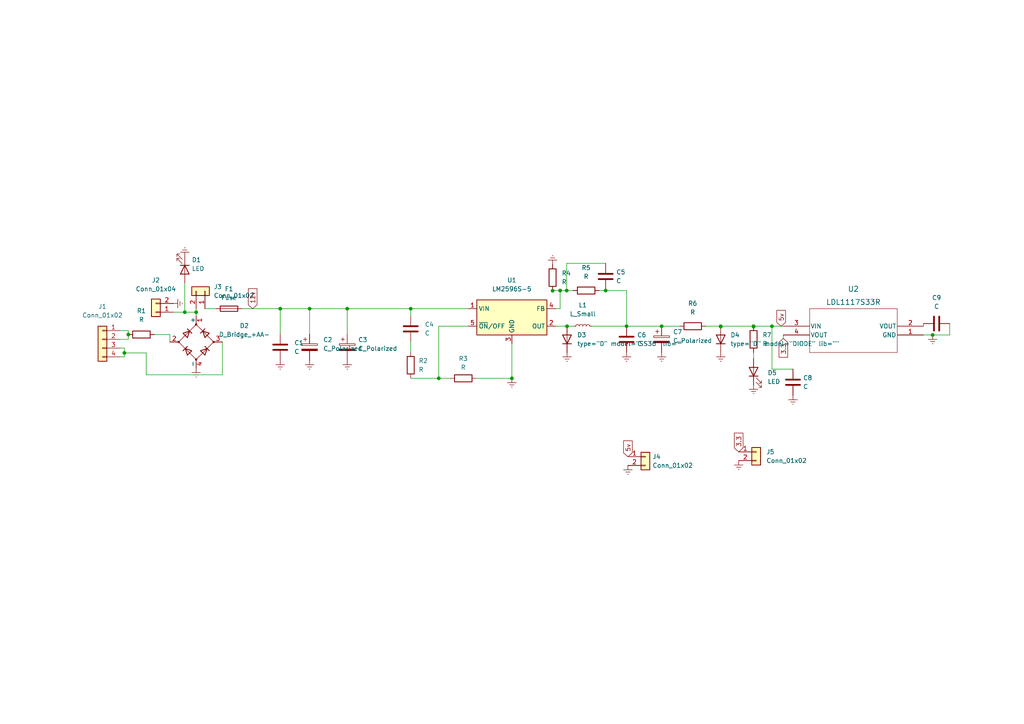
<source format=kicad_sch>
(kicad_sch (version 20211123) (generator eeschema)

  (uuid a0c86957-8c3c-4e00-9f28-adf23e2d894e)

  (paper "A4")

  (lib_symbols
    (symbol "Connector_Generic:Conn_01x02" (pin_names (offset 1.016) hide) (in_bom yes) (on_board yes)
      (property "Reference" "J" (id 0) (at 0 2.54 0)
        (effects (font (size 1.27 1.27)))
      )
      (property "Value" "Conn_01x02" (id 1) (at 0 -5.08 0)
        (effects (font (size 1.27 1.27)))
      )
      (property "Footprint" "" (id 2) (at 0 0 0)
        (effects (font (size 1.27 1.27)) hide)
      )
      (property "Datasheet" "~" (id 3) (at 0 0 0)
        (effects (font (size 1.27 1.27)) hide)
      )
      (property "ki_keywords" "connector" (id 4) (at 0 0 0)
        (effects (font (size 1.27 1.27)) hide)
      )
      (property "ki_description" "Generic connector, single row, 01x02, script generated (kicad-library-utils/schlib/autogen/connector/)" (id 5) (at 0 0 0)
        (effects (font (size 1.27 1.27)) hide)
      )
      (property "ki_fp_filters" "Connector*:*_1x??_*" (id 6) (at 0 0 0)
        (effects (font (size 1.27 1.27)) hide)
      )
      (symbol "Conn_01x02_1_1"
        (rectangle (start -1.27 -2.413) (end 0 -2.667)
          (stroke (width 0.1524) (type default) (color 0 0 0 0))
          (fill (type none))
        )
        (rectangle (start -1.27 0.127) (end 0 -0.127)
          (stroke (width 0.1524) (type default) (color 0 0 0 0))
          (fill (type none))
        )
        (rectangle (start -1.27 1.27) (end 1.27 -3.81)
          (stroke (width 0.254) (type default) (color 0 0 0 0))
          (fill (type background))
        )
        (pin passive line (at -5.08 0 0) (length 3.81)
          (name "Pin_1" (effects (font (size 1.27 1.27))))
          (number "1" (effects (font (size 1.27 1.27))))
        )
        (pin passive line (at -5.08 -2.54 0) (length 3.81)
          (name "Pin_2" (effects (font (size 1.27 1.27))))
          (number "2" (effects (font (size 1.27 1.27))))
        )
      )
    )
    (symbol "Connector_Generic:Conn_01x04" (pin_names (offset 1.016) hide) (in_bom yes) (on_board yes)
      (property "Reference" "J" (id 0) (at 0 5.08 0)
        (effects (font (size 1.27 1.27)))
      )
      (property "Value" "Conn_01x04" (id 1) (at 0 -7.62 0)
        (effects (font (size 1.27 1.27)))
      )
      (property "Footprint" "" (id 2) (at 0 0 0)
        (effects (font (size 1.27 1.27)) hide)
      )
      (property "Datasheet" "~" (id 3) (at 0 0 0)
        (effects (font (size 1.27 1.27)) hide)
      )
      (property "ki_keywords" "connector" (id 4) (at 0 0 0)
        (effects (font (size 1.27 1.27)) hide)
      )
      (property "ki_description" "Generic connector, single row, 01x04, script generated (kicad-library-utils/schlib/autogen/connector/)" (id 5) (at 0 0 0)
        (effects (font (size 1.27 1.27)) hide)
      )
      (property "ki_fp_filters" "Connector*:*_1x??_*" (id 6) (at 0 0 0)
        (effects (font (size 1.27 1.27)) hide)
      )
      (symbol "Conn_01x04_1_1"
        (rectangle (start -1.27 -4.953) (end 0 -5.207)
          (stroke (width 0.1524) (type default) (color 0 0 0 0))
          (fill (type none))
        )
        (rectangle (start -1.27 -2.413) (end 0 -2.667)
          (stroke (width 0.1524) (type default) (color 0 0 0 0))
          (fill (type none))
        )
        (rectangle (start -1.27 0.127) (end 0 -0.127)
          (stroke (width 0.1524) (type default) (color 0 0 0 0))
          (fill (type none))
        )
        (rectangle (start -1.27 2.667) (end 0 2.413)
          (stroke (width 0.1524) (type default) (color 0 0 0 0))
          (fill (type none))
        )
        (rectangle (start -1.27 3.81) (end 1.27 -6.35)
          (stroke (width 0.254) (type default) (color 0 0 0 0))
          (fill (type background))
        )
        (pin passive line (at -5.08 2.54 0) (length 3.81)
          (name "Pin_1" (effects (font (size 1.27 1.27))))
          (number "1" (effects (font (size 1.27 1.27))))
        )
        (pin passive line (at -5.08 0 0) (length 3.81)
          (name "Pin_2" (effects (font (size 1.27 1.27))))
          (number "2" (effects (font (size 1.27 1.27))))
        )
        (pin passive line (at -5.08 -2.54 0) (length 3.81)
          (name "Pin_3" (effects (font (size 1.27 1.27))))
          (number "3" (effects (font (size 1.27 1.27))))
        )
        (pin passive line (at -5.08 -5.08 0) (length 3.81)
          (name "Pin_4" (effects (font (size 1.27 1.27))))
          (number "4" (effects (font (size 1.27 1.27))))
        )
      )
    )
    (symbol "Device:C" (pin_numbers hide) (pin_names (offset 0.254)) (in_bom yes) (on_board yes)
      (property "Reference" "C" (id 0) (at 0.635 2.54 0)
        (effects (font (size 1.27 1.27)) (justify left))
      )
      (property "Value" "C" (id 1) (at 0.635 -2.54 0)
        (effects (font (size 1.27 1.27)) (justify left))
      )
      (property "Footprint" "" (id 2) (at 0.9652 -3.81 0)
        (effects (font (size 1.27 1.27)) hide)
      )
      (property "Datasheet" "~" (id 3) (at 0 0 0)
        (effects (font (size 1.27 1.27)) hide)
      )
      (property "ki_keywords" "cap capacitor" (id 4) (at 0 0 0)
        (effects (font (size 1.27 1.27)) hide)
      )
      (property "ki_description" "Unpolarized capacitor" (id 5) (at 0 0 0)
        (effects (font (size 1.27 1.27)) hide)
      )
      (property "ki_fp_filters" "C_*" (id 6) (at 0 0 0)
        (effects (font (size 1.27 1.27)) hide)
      )
      (symbol "C_0_1"
        (polyline
          (pts
            (xy -2.032 -0.762)
            (xy 2.032 -0.762)
          )
          (stroke (width 0.508) (type default) (color 0 0 0 0))
          (fill (type none))
        )
        (polyline
          (pts
            (xy -2.032 0.762)
            (xy 2.032 0.762)
          )
          (stroke (width 0.508) (type default) (color 0 0 0 0))
          (fill (type none))
        )
      )
      (symbol "C_1_1"
        (pin passive line (at 0 3.81 270) (length 2.794)
          (name "~" (effects (font (size 1.27 1.27))))
          (number "1" (effects (font (size 1.27 1.27))))
        )
        (pin passive line (at 0 -3.81 90) (length 2.794)
          (name "~" (effects (font (size 1.27 1.27))))
          (number "2" (effects (font (size 1.27 1.27))))
        )
      )
    )
    (symbol "Device:C_Polarized" (pin_numbers hide) (pin_names (offset 0.254)) (in_bom yes) (on_board yes)
      (property "Reference" "C" (id 0) (at 0.635 2.54 0)
        (effects (font (size 1.27 1.27)) (justify left))
      )
      (property "Value" "C_Polarized" (id 1) (at 0.635 -2.54 0)
        (effects (font (size 1.27 1.27)) (justify left))
      )
      (property "Footprint" "" (id 2) (at 0.9652 -3.81 0)
        (effects (font (size 1.27 1.27)) hide)
      )
      (property "Datasheet" "~" (id 3) (at 0 0 0)
        (effects (font (size 1.27 1.27)) hide)
      )
      (property "ki_keywords" "cap capacitor" (id 4) (at 0 0 0)
        (effects (font (size 1.27 1.27)) hide)
      )
      (property "ki_description" "Polarized capacitor" (id 5) (at 0 0 0)
        (effects (font (size 1.27 1.27)) hide)
      )
      (property "ki_fp_filters" "CP_*" (id 6) (at 0 0 0)
        (effects (font (size 1.27 1.27)) hide)
      )
      (symbol "C_Polarized_0_1"
        (rectangle (start -2.286 0.508) (end 2.286 1.016)
          (stroke (width 0) (type default) (color 0 0 0 0))
          (fill (type none))
        )
        (polyline
          (pts
            (xy -1.778 2.286)
            (xy -0.762 2.286)
          )
          (stroke (width 0) (type default) (color 0 0 0 0))
          (fill (type none))
        )
        (polyline
          (pts
            (xy -1.27 2.794)
            (xy -1.27 1.778)
          )
          (stroke (width 0) (type default) (color 0 0 0 0))
          (fill (type none))
        )
        (rectangle (start 2.286 -0.508) (end -2.286 -1.016)
          (stroke (width 0) (type default) (color 0 0 0 0))
          (fill (type outline))
        )
      )
      (symbol "C_Polarized_1_1"
        (pin passive line (at 0 3.81 270) (length 2.794)
          (name "~" (effects (font (size 1.27 1.27))))
          (number "1" (effects (font (size 1.27 1.27))))
        )
        (pin passive line (at 0 -3.81 90) (length 2.794)
          (name "~" (effects (font (size 1.27 1.27))))
          (number "2" (effects (font (size 1.27 1.27))))
        )
      )
    )
    (symbol "Device:D_Bridge_+AA-" (pin_names (offset 0)) (in_bom yes) (on_board yes)
      (property "Reference" "D" (id 0) (at 2.54 6.985 0)
        (effects (font (size 1.27 1.27)) (justify left))
      )
      (property "Value" "D_Bridge_+AA-" (id 1) (at 2.54 5.08 0)
        (effects (font (size 1.27 1.27)) (justify left))
      )
      (property "Footprint" "" (id 2) (at 0 0 0)
        (effects (font (size 1.27 1.27)) hide)
      )
      (property "Datasheet" "~" (id 3) (at 0 0 0)
        (effects (font (size 1.27 1.27)) hide)
      )
      (property "ki_keywords" "rectifier ACDC" (id 4) (at 0 0 0)
        (effects (font (size 1.27 1.27)) hide)
      )
      (property "ki_description" "Diode bridge, +ve/AC/AC/-ve" (id 5) (at 0 0 0)
        (effects (font (size 1.27 1.27)) hide)
      )
      (property "ki_fp_filters" "D*Bridge* D*Rectifier*" (id 6) (at 0 0 0)
        (effects (font (size 1.27 1.27)) hide)
      )
      (symbol "D_Bridge_+AA-_0_1"
        (circle (center -5.08 0) (radius 0.254)
          (stroke (width 0) (type default) (color 0 0 0 0))
          (fill (type outline))
        )
        (circle (center 0 -5.08) (radius 0.254)
          (stroke (width 0) (type default) (color 0 0 0 0))
          (fill (type outline))
        )
        (polyline
          (pts
            (xy -2.54 3.81)
            (xy -1.27 2.54)
          )
          (stroke (width 0.254) (type default) (color 0 0 0 0))
          (fill (type none))
        )
        (polyline
          (pts
            (xy -1.27 -2.54)
            (xy -2.54 -3.81)
          )
          (stroke (width 0.254) (type default) (color 0 0 0 0))
          (fill (type none))
        )
        (polyline
          (pts
            (xy 2.54 -1.27)
            (xy 3.81 -2.54)
          )
          (stroke (width 0.254) (type default) (color 0 0 0 0))
          (fill (type none))
        )
        (polyline
          (pts
            (xy 2.54 1.27)
            (xy 3.81 2.54)
          )
          (stroke (width 0.254) (type default) (color 0 0 0 0))
          (fill (type none))
        )
        (polyline
          (pts
            (xy -3.81 2.54)
            (xy -2.54 1.27)
            (xy -1.905 3.175)
            (xy -3.81 2.54)
          )
          (stroke (width 0.254) (type default) (color 0 0 0 0))
          (fill (type none))
        )
        (polyline
          (pts
            (xy -2.54 -1.27)
            (xy -3.81 -2.54)
            (xy -1.905 -3.175)
            (xy -2.54 -1.27)
          )
          (stroke (width 0.254) (type default) (color 0 0 0 0))
          (fill (type none))
        )
        (polyline
          (pts
            (xy 1.27 2.54)
            (xy 2.54 3.81)
            (xy 3.175 1.905)
            (xy 1.27 2.54)
          )
          (stroke (width 0.254) (type default) (color 0 0 0 0))
          (fill (type none))
        )
        (polyline
          (pts
            (xy 3.175 -1.905)
            (xy 1.27 -2.54)
            (xy 2.54 -3.81)
            (xy 3.175 -1.905)
          )
          (stroke (width 0.254) (type default) (color 0 0 0 0))
          (fill (type none))
        )
        (polyline
          (pts
            (xy -5.08 0)
            (xy 0 -5.08)
            (xy 5.08 0)
            (xy 0 5.08)
            (xy -5.08 0)
          )
          (stroke (width 0) (type default) (color 0 0 0 0))
          (fill (type none))
        )
        (circle (center 0 5.08) (radius 0.254)
          (stroke (width 0) (type default) (color 0 0 0 0))
          (fill (type outline))
        )
        (circle (center 5.08 0) (radius 0.254)
          (stroke (width 0) (type default) (color 0 0 0 0))
          (fill (type outline))
        )
      )
      (symbol "D_Bridge_+AA-_1_1"
        (pin passive line (at 7.62 0 180) (length 2.54)
          (name "+" (effects (font (size 1.27 1.27))))
          (number "1" (effects (font (size 1.27 1.27))))
        )
        (pin passive line (at 0 7.62 270) (length 2.54)
          (name "~" (effects (font (size 1.27 1.27))))
          (number "2" (effects (font (size 1.27 1.27))))
        )
        (pin passive line (at 0 -7.62 90) (length 2.54)
          (name "~" (effects (font (size 1.27 1.27))))
          (number "3" (effects (font (size 1.27 1.27))))
        )
        (pin passive line (at -7.62 0 0) (length 2.54)
          (name "-" (effects (font (size 1.27 1.27))))
          (number "4" (effects (font (size 1.27 1.27))))
        )
      )
    )
    (symbol "Device:Fuse" (pin_numbers hide) (pin_names (offset 0)) (in_bom yes) (on_board yes)
      (property "Reference" "F" (id 0) (at 2.032 0 90)
        (effects (font (size 1.27 1.27)))
      )
      (property "Value" "Fuse" (id 1) (at -1.905 0 90)
        (effects (font (size 1.27 1.27)))
      )
      (property "Footprint" "" (id 2) (at -1.778 0 90)
        (effects (font (size 1.27 1.27)) hide)
      )
      (property "Datasheet" "~" (id 3) (at 0 0 0)
        (effects (font (size 1.27 1.27)) hide)
      )
      (property "ki_keywords" "fuse" (id 4) (at 0 0 0)
        (effects (font (size 1.27 1.27)) hide)
      )
      (property "ki_description" "Fuse" (id 5) (at 0 0 0)
        (effects (font (size 1.27 1.27)) hide)
      )
      (property "ki_fp_filters" "*Fuse*" (id 6) (at 0 0 0)
        (effects (font (size 1.27 1.27)) hide)
      )
      (symbol "Fuse_0_1"
        (rectangle (start -0.762 -2.54) (end 0.762 2.54)
          (stroke (width 0.254) (type default) (color 0 0 0 0))
          (fill (type none))
        )
        (polyline
          (pts
            (xy 0 2.54)
            (xy 0 -2.54)
          )
          (stroke (width 0) (type default) (color 0 0 0 0))
          (fill (type none))
        )
      )
      (symbol "Fuse_1_1"
        (pin passive line (at 0 3.81 270) (length 1.27)
          (name "~" (effects (font (size 1.27 1.27))))
          (number "1" (effects (font (size 1.27 1.27))))
        )
        (pin passive line (at 0 -3.81 90) (length 1.27)
          (name "~" (effects (font (size 1.27 1.27))))
          (number "2" (effects (font (size 1.27 1.27))))
        )
      )
    )
    (symbol "Device:LED" (pin_numbers hide) (pin_names (offset 1.016) hide) (in_bom yes) (on_board yes)
      (property "Reference" "D" (id 0) (at 0 2.54 0)
        (effects (font (size 1.27 1.27)))
      )
      (property "Value" "LED" (id 1) (at 0 -2.54 0)
        (effects (font (size 1.27 1.27)))
      )
      (property "Footprint" "" (id 2) (at 0 0 0)
        (effects (font (size 1.27 1.27)) hide)
      )
      (property "Datasheet" "~" (id 3) (at 0 0 0)
        (effects (font (size 1.27 1.27)) hide)
      )
      (property "ki_keywords" "LED diode" (id 4) (at 0 0 0)
        (effects (font (size 1.27 1.27)) hide)
      )
      (property "ki_description" "Light emitting diode" (id 5) (at 0 0 0)
        (effects (font (size 1.27 1.27)) hide)
      )
      (property "ki_fp_filters" "LED* LED_SMD:* LED_THT:*" (id 6) (at 0 0 0)
        (effects (font (size 1.27 1.27)) hide)
      )
      (symbol "LED_0_1"
        (polyline
          (pts
            (xy -1.27 -1.27)
            (xy -1.27 1.27)
          )
          (stroke (width 0.254) (type default) (color 0 0 0 0))
          (fill (type none))
        )
        (polyline
          (pts
            (xy -1.27 0)
            (xy 1.27 0)
          )
          (stroke (width 0) (type default) (color 0 0 0 0))
          (fill (type none))
        )
        (polyline
          (pts
            (xy 1.27 -1.27)
            (xy 1.27 1.27)
            (xy -1.27 0)
            (xy 1.27 -1.27)
          )
          (stroke (width 0.254) (type default) (color 0 0 0 0))
          (fill (type none))
        )
        (polyline
          (pts
            (xy -3.048 -0.762)
            (xy -4.572 -2.286)
            (xy -3.81 -2.286)
            (xy -4.572 -2.286)
            (xy -4.572 -1.524)
          )
          (stroke (width 0) (type default) (color 0 0 0 0))
          (fill (type none))
        )
        (polyline
          (pts
            (xy -1.778 -0.762)
            (xy -3.302 -2.286)
            (xy -2.54 -2.286)
            (xy -3.302 -2.286)
            (xy -3.302 -1.524)
          )
          (stroke (width 0) (type default) (color 0 0 0 0))
          (fill (type none))
        )
      )
      (symbol "LED_1_1"
        (pin passive line (at -3.81 0 0) (length 2.54)
          (name "K" (effects (font (size 1.27 1.27))))
          (number "1" (effects (font (size 1.27 1.27))))
        )
        (pin passive line (at 3.81 0 180) (length 2.54)
          (name "A" (effects (font (size 1.27 1.27))))
          (number "2" (effects (font (size 1.27 1.27))))
        )
      )
    )
    (symbol "Device:L_Small" (pin_numbers hide) (pin_names (offset 0.254) hide) (in_bom yes) (on_board yes)
      (property "Reference" "L" (id 0) (at 0.762 1.016 0)
        (effects (font (size 1.27 1.27)) (justify left))
      )
      (property "Value" "L_Small" (id 1) (at 0.762 -1.016 0)
        (effects (font (size 1.27 1.27)) (justify left))
      )
      (property "Footprint" "" (id 2) (at 0 0 0)
        (effects (font (size 1.27 1.27)) hide)
      )
      (property "Datasheet" "~" (id 3) (at 0 0 0)
        (effects (font (size 1.27 1.27)) hide)
      )
      (property "ki_keywords" "inductor choke coil reactor magnetic" (id 4) (at 0 0 0)
        (effects (font (size 1.27 1.27)) hide)
      )
      (property "ki_description" "Inductor, small symbol" (id 5) (at 0 0 0)
        (effects (font (size 1.27 1.27)) hide)
      )
      (property "ki_fp_filters" "Choke_* *Coil* Inductor_* L_*" (id 6) (at 0 0 0)
        (effects (font (size 1.27 1.27)) hide)
      )
      (symbol "L_Small_0_1"
        (arc (start 0 -2.032) (mid 0.508 -1.524) (end 0 -1.016)
          (stroke (width 0) (type default) (color 0 0 0 0))
          (fill (type none))
        )
        (arc (start 0 -1.016) (mid 0.508 -0.508) (end 0 0)
          (stroke (width 0) (type default) (color 0 0 0 0))
          (fill (type none))
        )
        (arc (start 0 0) (mid 0.508 0.508) (end 0 1.016)
          (stroke (width 0) (type default) (color 0 0 0 0))
          (fill (type none))
        )
        (arc (start 0 1.016) (mid 0.508 1.524) (end 0 2.032)
          (stroke (width 0) (type default) (color 0 0 0 0))
          (fill (type none))
        )
      )
      (symbol "L_Small_1_1"
        (pin passive line (at 0 2.54 270) (length 0.508)
          (name "~" (effects (font (size 1.27 1.27))))
          (number "1" (effects (font (size 1.27 1.27))))
        )
        (pin passive line (at 0 -2.54 90) (length 0.508)
          (name "~" (effects (font (size 1.27 1.27))))
          (number "2" (effects (font (size 1.27 1.27))))
        )
      )
    )
    (symbol "Device:R" (pin_numbers hide) (pin_names (offset 0)) (in_bom yes) (on_board yes)
      (property "Reference" "R" (id 0) (at 2.032 0 90)
        (effects (font (size 1.27 1.27)))
      )
      (property "Value" "R" (id 1) (at 0 0 90)
        (effects (font (size 1.27 1.27)))
      )
      (property "Footprint" "" (id 2) (at -1.778 0 90)
        (effects (font (size 1.27 1.27)) hide)
      )
      (property "Datasheet" "~" (id 3) (at 0 0 0)
        (effects (font (size 1.27 1.27)) hide)
      )
      (property "ki_keywords" "R res resistor" (id 4) (at 0 0 0)
        (effects (font (size 1.27 1.27)) hide)
      )
      (property "ki_description" "Resistor" (id 5) (at 0 0 0)
        (effects (font (size 1.27 1.27)) hide)
      )
      (property "ki_fp_filters" "R_*" (id 6) (at 0 0 0)
        (effects (font (size 1.27 1.27)) hide)
      )
      (symbol "R_0_1"
        (rectangle (start -1.016 -2.54) (end 1.016 2.54)
          (stroke (width 0.254) (type default) (color 0 0 0 0))
          (fill (type none))
        )
      )
      (symbol "R_1_1"
        (pin passive line (at 0 3.81 270) (length 1.27)
          (name "~" (effects (font (size 1.27 1.27))))
          (number "1" (effects (font (size 1.27 1.27))))
        )
        (pin passive line (at 0 -3.81 90) (length 1.27)
          (name "~" (effects (font (size 1.27 1.27))))
          (number "2" (effects (font (size 1.27 1.27))))
        )
      )
    )
    (symbol "L1117:LDL1117S33R" (pin_names (offset 0.254)) (in_bom yes) (on_board yes)
      (property "Reference" "U" (id 0) (at 20.32 10.16 0)
        (effects (font (size 1.524 1.524)))
      )
      (property "Value" "LDL1117S33R" (id 1) (at 20.32 7.62 0)
        (effects (font (size 1.524 1.524)))
      )
      (property "Footprint" "SOT223_STM" (id 2) (at 0 0 0)
        (effects (font (size 1.27 1.27) italic) hide)
      )
      (property "Datasheet" "LDL1117S33R" (id 3) (at 0 0 0)
        (effects (font (size 1.27 1.27) italic) hide)
      )
      (property "ki_locked" "" (id 4) (at 0 0 0)
        (effects (font (size 1.27 1.27)))
      )
      (property "ki_keywords" "LDL1117S33R" (id 5) (at 0 0 0)
        (effects (font (size 1.27 1.27)) hide)
      )
      (property "ki_fp_filters" "SOT223_STM SOT223_STM-M SOT223_STM-L" (id 6) (at 0 0 0)
        (effects (font (size 1.27 1.27)) hide)
      )
      (symbol "LDL1117S33R_0_1"
        (polyline
          (pts
            (xy 7.62 -7.62)
            (xy 33.02 -7.62)
          )
          (stroke (width 0.127) (type default) (color 0 0 0 0))
          (fill (type none))
        )
        (polyline
          (pts
            (xy 7.62 5.08)
            (xy 7.62 -7.62)
          )
          (stroke (width 0.127) (type default) (color 0 0 0 0))
          (fill (type none))
        )
        (polyline
          (pts
            (xy 33.02 -7.62)
            (xy 33.02 5.08)
          )
          (stroke (width 0.127) (type default) (color 0 0 0 0))
          (fill (type none))
        )
        (polyline
          (pts
            (xy 33.02 5.08)
            (xy 7.62 5.08)
          )
          (stroke (width 0.127) (type default) (color 0 0 0 0))
          (fill (type none))
        )
        (pin power_out line (at 0 0 0) (length 7.62)
          (name "GND" (effects (font (size 1.27 1.27))))
          (number "1" (effects (font (size 1.27 1.27))))
        )
        (pin output line (at 0 -2.54 0) (length 7.62)
          (name "VOUT" (effects (font (size 1.27 1.27))))
          (number "2" (effects (font (size 1.27 1.27))))
        )
        (pin power_in line (at 40.64 -2.54 180) (length 7.62)
          (name "VIN" (effects (font (size 1.27 1.27))))
          (number "3" (effects (font (size 1.27 1.27))))
        )
        (pin output line (at 40.64 0 180) (length 7.62)
          (name "VOUT" (effects (font (size 1.27 1.27))))
          (number "4" (effects (font (size 1.27 1.27))))
        )
      )
    )
    (symbol "Regulator_Switching:LM2596S-5" (in_bom yes) (on_board yes)
      (property "Reference" "U" (id 0) (at -10.16 6.35 0)
        (effects (font (size 1.27 1.27)) (justify left))
      )
      (property "Value" "LM2596S-5" (id 1) (at 0 6.35 0)
        (effects (font (size 1.27 1.27)) (justify left))
      )
      (property "Footprint" "Package_TO_SOT_SMD:TO-263-5_TabPin3" (id 2) (at 1.27 -6.35 0)
        (effects (font (size 1.27 1.27) italic) (justify left) hide)
      )
      (property "Datasheet" "http://www.ti.com/lit/ds/symlink/lm2596.pdf" (id 3) (at 0 0 0)
        (effects (font (size 1.27 1.27)) hide)
      )
      (property "ki_keywords" "Step-Down Voltage Regulator 5V 3A" (id 4) (at 0 0 0)
        (effects (font (size 1.27 1.27)) hide)
      )
      (property "ki_description" "5V 3A Step-Down Voltage Regulator, TO-263" (id 5) (at 0 0 0)
        (effects (font (size 1.27 1.27)) hide)
      )
      (property "ki_fp_filters" "TO?263*" (id 6) (at 0 0 0)
        (effects (font (size 1.27 1.27)) hide)
      )
      (symbol "LM2596S-5_0_1"
        (rectangle (start -10.16 5.08) (end 10.16 -5.08)
          (stroke (width 0.254) (type default) (color 0 0 0 0))
          (fill (type background))
        )
      )
      (symbol "LM2596S-5_1_1"
        (pin power_in line (at -12.7 2.54 0) (length 2.54)
          (name "VIN" (effects (font (size 1.27 1.27))))
          (number "1" (effects (font (size 1.27 1.27))))
        )
        (pin output line (at 12.7 -2.54 180) (length 2.54)
          (name "OUT" (effects (font (size 1.27 1.27))))
          (number "2" (effects (font (size 1.27 1.27))))
        )
        (pin power_in line (at 0 -7.62 90) (length 2.54)
          (name "GND" (effects (font (size 1.27 1.27))))
          (number "3" (effects (font (size 1.27 1.27))))
        )
        (pin input line (at 12.7 2.54 180) (length 2.54)
          (name "FB" (effects (font (size 1.27 1.27))))
          (number "4" (effects (font (size 1.27 1.27))))
        )
        (pin input line (at -12.7 -2.54 0) (length 2.54)
          (name "~{ON}/OFF" (effects (font (size 1.27 1.27))))
          (number "5" (effects (font (size 1.27 1.27))))
        )
      )
    )
    (symbol "Simulation_SPICE:DIODE" (pin_numbers hide) (pin_names (offset 1.016) hide) (in_bom yes) (on_board yes)
      (property "Reference" "D" (id 0) (at 0 2.54 0)
        (effects (font (size 1.27 1.27)))
      )
      (property "Value" "DIODE" (id 1) (at 0 -2.54 0)
        (effects (font (size 1.27 1.27)))
      )
      (property "Footprint" "" (id 2) (at 0 0 0)
        (effects (font (size 1.27 1.27)) hide)
      )
      (property "Datasheet" "~" (id 3) (at 0 0 0)
        (effects (font (size 1.27 1.27)) hide)
      )
      (property "Spice_Netlist_Enabled" "Y" (id 4) (at 0 0 0)
        (effects (font (size 1.27 1.27)) (justify left) hide)
      )
      (property "Spice_Primitive" "D" (id 5) (at 0 0 0)
        (effects (font (size 1.27 1.27)) (justify left) hide)
      )
      (property "ki_keywords" "simulation" (id 6) (at 0 0 0)
        (effects (font (size 1.27 1.27)) hide)
      )
      (property "ki_description" "Diode, anode on pin 1, for simulation only!" (id 7) (at 0 0 0)
        (effects (font (size 1.27 1.27)) hide)
      )
      (symbol "DIODE_0_1"
        (polyline
          (pts
            (xy 1.27 0)
            (xy -1.27 0)
          )
          (stroke (width 0) (type default) (color 0 0 0 0))
          (fill (type none))
        )
        (polyline
          (pts
            (xy 1.27 1.27)
            (xy 1.27 -1.27)
          )
          (stroke (width 0.254) (type default) (color 0 0 0 0))
          (fill (type none))
        )
        (polyline
          (pts
            (xy -1.27 -1.27)
            (xy -1.27 1.27)
            (xy 1.27 0)
            (xy -1.27 -1.27)
          )
          (stroke (width 0.254) (type default) (color 0 0 0 0))
          (fill (type none))
        )
      )
      (symbol "DIODE_1_1"
        (pin passive line (at -3.81 0 0) (length 2.54)
          (name "A" (effects (font (size 1.27 1.27))))
          (number "1" (effects (font (size 1.27 1.27))))
        )
        (pin passive line (at 3.81 0 180) (length 2.54)
          (name "K" (effects (font (size 1.27 1.27))))
          (number "2" (effects (font (size 1.27 1.27))))
        )
      )
    )
    (symbol "power:Earth" (power) (pin_names (offset 0)) (in_bom yes) (on_board yes)
      (property "Reference" "#PWR" (id 0) (at 0 -6.35 0)
        (effects (font (size 1.27 1.27)) hide)
      )
      (property "Value" "Earth" (id 1) (at 0 -3.81 0)
        (effects (font (size 1.27 1.27)) hide)
      )
      (property "Footprint" "" (id 2) (at 0 0 0)
        (effects (font (size 1.27 1.27)) hide)
      )
      (property "Datasheet" "~" (id 3) (at 0 0 0)
        (effects (font (size 1.27 1.27)) hide)
      )
      (property "ki_keywords" "power-flag ground gnd" (id 4) (at 0 0 0)
        (effects (font (size 1.27 1.27)) hide)
      )
      (property "ki_description" "Power symbol creates a global label with name \"Earth\"" (id 5) (at 0 0 0)
        (effects (font (size 1.27 1.27)) hide)
      )
      (symbol "Earth_0_1"
        (polyline
          (pts
            (xy -0.635 -1.905)
            (xy 0.635 -1.905)
          )
          (stroke (width 0) (type default) (color 0 0 0 0))
          (fill (type none))
        )
        (polyline
          (pts
            (xy -0.127 -2.54)
            (xy 0.127 -2.54)
          )
          (stroke (width 0) (type default) (color 0 0 0 0))
          (fill (type none))
        )
        (polyline
          (pts
            (xy 0 -1.27)
            (xy 0 0)
          )
          (stroke (width 0) (type default) (color 0 0 0 0))
          (fill (type none))
        )
        (polyline
          (pts
            (xy 1.27 -1.27)
            (xy -1.27 -1.27)
          )
          (stroke (width 0) (type default) (color 0 0 0 0))
          (fill (type none))
        )
      )
      (symbol "Earth_1_1"
        (pin power_in line (at 0 0 270) (length 0) hide
          (name "Earth" (effects (font (size 1.27 1.27))))
          (number "1" (effects (font (size 1.27 1.27))))
        )
      )
    )
  )

  (junction (at 218.567 94.615) (diameter 0) (color 0 0 0 0)
    (uuid 045a628f-0301-4f57-b276-aff12f660a20)
  )
  (junction (at 53.594 90.551) (diameter 0) (color 0 0 0 0)
    (uuid 0dcc8fc2-8d4d-43e1-b8d0-da0d5273f4e3)
  )
  (junction (at 100.711 89.535) (diameter 0) (color 0 0 0 0)
    (uuid 139af138-a8ac-4783-bb08-2d34292ea8fa)
  )
  (junction (at 160.274 84.328) (diameter 0) (color 0 0 0 0)
    (uuid 1900045b-c833-429a-a58a-2703712145bb)
  )
  (junction (at 270.51 97.155) (diameter 0) (color 0 0 0 0)
    (uuid 1c12c8b5-9756-4ee0-bda0-2d9f0ec30b56)
  )
  (junction (at 37.211 97.028) (diameter 0) (color 0 0 0 0)
    (uuid 334a25fa-d9fa-45b9-9463-bb01e0c7f4d4)
  )
  (junction (at 127.254 109.728) (diameter 0) (color 0 0 0 0)
    (uuid 3d127b5a-9c67-42d5-8583-d90f9defbd71)
  )
  (junction (at 164.465 94.615) (diameter 0) (color 0 0 0 0)
    (uuid 4663c5f9-e199-41fc-a449-6f679b661377)
  )
  (junction (at 36.068 102.362) (diameter 0) (color 0 0 0 0)
    (uuid 49d53e35-a9eb-4cef-a8f9-2bba6a9899d8)
  )
  (junction (at 164.3634 84.2772) (diameter 0) (color 0 0 0 0)
    (uuid 5c1828b9-88c1-464a-ac1a-6b7f61ae91c0)
  )
  (junction (at 148.463 109.728) (diameter 0) (color 0 0 0 0)
    (uuid 627389bd-3bf9-4d9b-b39d-a8f9f0a3c3a5)
  )
  (junction (at 191.897 94.615) (diameter 0) (color 0 0 0 0)
    (uuid 634f8de6-b784-496f-a1bc-a9534396c1b5)
  )
  (junction (at 81.28 89.535) (diameter 0) (color 0 0 0 0)
    (uuid 780305b5-aeba-4def-b153-f7ae606bb0aa)
  )
  (junction (at 56.896 90.551) (diameter 0) (color 0 0 0 0)
    (uuid a51b0a66-fdf0-4e57-a08c-eb0a597af676)
  )
  (junction (at 89.789 89.535) (diameter 0) (color 0 0 0 0)
    (uuid bc198514-ef8d-48fc-bb12-7b1aad429aaa)
  )
  (junction (at 181.737 94.615) (diameter 0) (color 0 0 0 0)
    (uuid bef97220-b351-4119-b972-ef06b3484d0c)
  )
  (junction (at 175.6664 84.2772) (diameter 0) (color 0 0 0 0)
    (uuid c2442ed7-ca7d-4717-b468-8f5eced5d9cc)
  )
  (junction (at 209.042 94.615) (diameter 0) (color 0 0 0 0)
    (uuid c2bb881e-d86c-4440-b5ce-d95faf9d5ecc)
  )
  (junction (at 119.126 89.535) (diameter 0) (color 0 0 0 0)
    (uuid c7779e5f-0348-40f7-ac38-e941eba5a65b)
  )
  (junction (at 209.042 94.742) (diameter 0) (color 0 0 0 0)
    (uuid d29e2cd3-ed4b-4d90-9c7a-1e4ceaf41a2c)
  )
  (junction (at 162.4584 84.2772) (diameter 0) (color 0 0 0 0)
    (uuid d66126c3-a59e-4fa3-80a6-2999c1ef62cc)
  )
  (junction (at 218.567 94.742) (diameter 0) (color 0 0 0 0)
    (uuid f96dc79f-932a-4858-a510-622ff5def639)
  )
  (junction (at 223.901 94.615) (diameter 0) (color 0 0 0 0)
    (uuid fb7fa072-6cac-4d7d-b812-b87e64bba978)
  )

  (wire (pts (xy 56.896 89.535) (xy 56.896 90.551))
    (stroke (width 0) (type default) (color 0 0 0 0))
    (uuid 044d2386-bd26-42f4-83d0-9ba243807aa5)
  )
  (wire (pts (xy 181.737 94.615) (xy 191.897 94.615))
    (stroke (width 0) (type default) (color 0 0 0 0))
    (uuid 0a757da2-59b6-4870-9534-596fec539e74)
  )
  (wire (pts (xy 34.798 95.885) (xy 37.211 95.885))
    (stroke (width 0) (type default) (color 0 0 0 0))
    (uuid 0b26f1ed-8d8e-4a6f-899f-d72030532fe2)
  )
  (wire (pts (xy 34.798 98.425) (xy 37.211 98.425))
    (stroke (width 0) (type default) (color 0 0 0 0))
    (uuid 111c2b49-3210-4a0a-ab8b-f11f9f1368ac)
  )
  (wire (pts (xy 267.843 97.155) (xy 270.51 97.155))
    (stroke (width 0) (type default) (color 0 0 0 0))
    (uuid 16c6b53a-02d8-4d3e-a7b1-bfacc4f228f2)
  )
  (wire (pts (xy 100.711 89.535) (xy 119.126 89.535))
    (stroke (width 0) (type default) (color 0 0 0 0))
    (uuid 18168974-e1d5-491b-b959-337ddcbc47df)
  )
  (wire (pts (xy 166.1922 84.2772) (xy 164.3634 84.2772))
    (stroke (width 0) (type default) (color 0 0 0 0))
    (uuid 1aadcebf-a1cd-4912-88a1-bc09d39ca2cf)
  )
  (wire (pts (xy 148.463 99.695) (xy 148.463 109.728))
    (stroke (width 0) (type default) (color 0 0 0 0))
    (uuid 1c418dbf-50a8-4821-818b-775b9ee7ce8a)
  )
  (wire (pts (xy 89.789 96.901) (xy 89.789 89.535))
    (stroke (width 0) (type default) (color 0 0 0 0))
    (uuid 2c5286a9-963c-4eb2-9057-45a53f7eb984)
  )
  (wire (pts (xy 218.567 102.235) (xy 218.567 104.013))
    (stroke (width 0) (type default) (color 0 0 0 0))
    (uuid 30afdd9c-ffbd-4330-870b-bbe8d9c01a28)
  )
  (wire (pts (xy 42.418 108.712) (xy 64.516 108.712))
    (stroke (width 0) (type default) (color 0 0 0 0))
    (uuid 347fa6d3-e429-4c84-9a2a-17f58320c0f6)
  )
  (wire (pts (xy 37.211 97.028) (xy 37.211 98.425))
    (stroke (width 0) (type default) (color 0 0 0 0))
    (uuid 3a1f2ffe-08cc-4d9c-9003-66748e2d41e9)
  )
  (wire (pts (xy 175.6664 84.2772) (xy 181.737 84.2772))
    (stroke (width 0) (type default) (color 0 0 0 0))
    (uuid 4258c9c7-b908-4855-bbaf-2d5123225baa)
  )
  (wire (pts (xy 173.8122 84.2772) (xy 175.6664 84.2772))
    (stroke (width 0) (type default) (color 0 0 0 0))
    (uuid 438e4e79-e977-47c3-a57d-9cd88eeea008)
  )
  (wire (pts (xy 119.126 89.535) (xy 119.126 91.567))
    (stroke (width 0) (type default) (color 0 0 0 0))
    (uuid 47afc9bf-f86f-4899-affb-e97d5bcec90b)
  )
  (wire (pts (xy 162.4584 84.2772) (xy 160.274 84.2772))
    (stroke (width 0) (type default) (color 0 0 0 0))
    (uuid 48fde42f-af10-4f01-8850-da1613182f50)
  )
  (wire (pts (xy 50.292 90.551) (xy 53.594 90.551))
    (stroke (width 0) (type default) (color 0 0 0 0))
    (uuid 5190be5b-c898-47c9-9a1f-faaa52e5235c)
  )
  (wire (pts (xy 162.4584 89.535) (xy 162.4584 84.2772))
    (stroke (width 0) (type default) (color 0 0 0 0))
    (uuid 528998c7-3b96-4eb7-adfe-a20f168af9a2)
  )
  (wire (pts (xy 56.896 90.551) (xy 56.896 91.567))
    (stroke (width 0) (type default) (color 0 0 0 0))
    (uuid 53ad1b78-1703-46ae-8af2-7165f4232ed3)
  )
  (wire (pts (xy 127.254 109.728) (xy 130.556 109.728))
    (stroke (width 0) (type default) (color 0 0 0 0))
    (uuid 5a4b4745-260f-4728-9489-1fd474d8eb4c)
  )
  (wire (pts (xy 175.6664 83.9978) (xy 175.6664 84.2772))
    (stroke (width 0) (type default) (color 0 0 0 0))
    (uuid 5c6ce37e-dacd-4968-84b0-7293591bc516)
  )
  (wire (pts (xy 138.176 109.728) (xy 148.463 109.728))
    (stroke (width 0) (type default) (color 0 0 0 0))
    (uuid 5e3c5090-1868-42f0-ae96-90b2f25a6003)
  )
  (wire (pts (xy 59.436 89.535) (xy 62.611 89.535))
    (stroke (width 0) (type default) (color 0 0 0 0))
    (uuid 60c6ddd4-501d-41de-94e6-a1aec4d50b37)
  )
  (wire (pts (xy 44.831 97.028) (xy 49.276 97.028))
    (stroke (width 0) (type default) (color 0 0 0 0))
    (uuid 6a5dacb8-fc7b-469c-adfe-793093fdd1b0)
  )
  (wire (pts (xy 275.463 97.155) (xy 270.51 97.155))
    (stroke (width 0) (type default) (color 0 0 0 0))
    (uuid 7a2087a2-7002-48b6-8061-30764daaef73)
  )
  (wire (pts (xy 275.463 93.853) (xy 275.463 97.155))
    (stroke (width 0) (type default) (color 0 0 0 0))
    (uuid 7b95c7d1-9be9-4897-9a64-a5e22dacf4b8)
  )
  (wire (pts (xy 218.567 94.615) (xy 209.042 94.615))
    (stroke (width 0) (type default) (color 0 0 0 0))
    (uuid 7c3cc102-28aa-4b7d-92a6-4c5ba6b6cecd)
  )
  (wire (pts (xy 36.068 102.362) (xy 36.068 103.505))
    (stroke (width 0) (type default) (color 0 0 0 0))
    (uuid 7fd133f9-8ee9-46e4-bde6-c2c97488c395)
  )
  (wire (pts (xy 267.843 93.853) (xy 267.843 94.615))
    (stroke (width 0) (type default) (color 0 0 0 0))
    (uuid 7fe78fd4-461f-47cd-a315-b2dfdc808067)
  )
  (wire (pts (xy 164.3634 84.2772) (xy 162.4584 84.2772))
    (stroke (width 0) (type default) (color 0 0 0 0))
    (uuid 82c88576-55f7-46bc-b95d-fb774067b86d)
  )
  (wire (pts (xy 42.418 102.362) (xy 42.418 108.712))
    (stroke (width 0) (type default) (color 0 0 0 0))
    (uuid 8da88054-02e7-40e7-ab03-4c0787bc767b)
  )
  (wire (pts (xy 223.901 94.615) (xy 218.567 94.615))
    (stroke (width 0) (type default) (color 0 0 0 0))
    (uuid 905360d0-55b3-4304-bd7d-78bc6b1b7b32)
  )
  (wire (pts (xy 223.901 107.061) (xy 223.901 94.615))
    (stroke (width 0) (type default) (color 0 0 0 0))
    (uuid 934001b2-64ae-4c5c-b26e-ff446e7a494b)
  )
  (wire (pts (xy 135.763 94.615) (xy 127.254 94.615))
    (stroke (width 0) (type default) (color 0 0 0 0))
    (uuid 973a43ee-edf4-4355-9c96-48902745fdd3)
  )
  (wire (pts (xy 181.737 84.2772) (xy 181.737 94.615))
    (stroke (width 0) (type default) (color 0 0 0 0))
    (uuid 978dcd03-76c1-4009-b8ea-9d0cc78b056a)
  )
  (wire (pts (xy 34.798 103.505) (xy 36.068 103.505))
    (stroke (width 0) (type default) (color 0 0 0 0))
    (uuid 9808d24a-b43c-4ab7-a178-9ec0cc61028e)
  )
  (wire (pts (xy 164.3634 76.3778) (xy 164.3634 84.2772))
    (stroke (width 0) (type default) (color 0 0 0 0))
    (uuid 984d5900-bb1a-4bb6-8674-5394520aa2f0)
  )
  (wire (pts (xy 161.163 89.535) (xy 162.4584 89.535))
    (stroke (width 0) (type default) (color 0 0 0 0))
    (uuid 9bbc79c9-974c-45a0-b77c-795dc4cf87d3)
  )
  (wire (pts (xy 175.6664 76.3778) (xy 164.3634 76.3778))
    (stroke (width 0) (type default) (color 0 0 0 0))
    (uuid 9d3d7989-061f-486a-84f2-be3620ee067d)
  )
  (wire (pts (xy 119.126 109.728) (xy 127.254 109.728))
    (stroke (width 0) (type default) (color 0 0 0 0))
    (uuid 9eca3e46-cae5-4c2c-b216-3e75ad23279b)
  )
  (wire (pts (xy 171.577 94.615) (xy 181.737 94.615))
    (stroke (width 0) (type default) (color 0 0 0 0))
    (uuid 9f40dc31-fdb2-4f74-9d94-349cc26dc27e)
  )
  (wire (pts (xy 229.997 107.061) (xy 223.901 107.061))
    (stroke (width 0) (type default) (color 0 0 0 0))
    (uuid a4a2a9e3-0101-47f1-afcb-8f107369bf93)
  )
  (wire (pts (xy 227.203 97.155) (xy 227.203 98.171))
    (stroke (width 0) (type default) (color 0 0 0 0))
    (uuid a5867ab6-6c12-42d5-8b77-baf175b70f6f)
  )
  (wire (pts (xy 36.068 100.965) (xy 36.068 102.362))
    (stroke (width 0) (type default) (color 0 0 0 0))
    (uuid ad1fb964-aead-4b39-9091-e98980c08140)
  )
  (wire (pts (xy 127.254 94.615) (xy 127.254 109.728))
    (stroke (width 0) (type default) (color 0 0 0 0))
    (uuid adfb7d7c-8d22-4d27-ba67-429dc294a743)
  )
  (wire (pts (xy 160.274 84.2772) (xy 160.274 84.328))
    (stroke (width 0) (type default) (color 0 0 0 0))
    (uuid b13b3ec6-6a73-47c4-8de2-407102866e09)
  )
  (wire (pts (xy 81.28 96.901) (xy 81.28 89.535))
    (stroke (width 0) (type default) (color 0 0 0 0))
    (uuid b50e7f1b-0ec5-4ae6-b63f-2f055963621c)
  )
  (wire (pts (xy 119.126 89.535) (xy 135.763 89.535))
    (stroke (width 0) (type default) (color 0 0 0 0))
    (uuid b555b583-5d3b-4adc-8168-ca489bda18bf)
  )
  (wire (pts (xy 119.126 99.187) (xy 119.126 102.108))
    (stroke (width 0) (type default) (color 0 0 0 0))
    (uuid b5ba5b02-1144-4853-b92f-a75ff0abdf54)
  )
  (wire (pts (xy 70.231 89.535) (xy 81.28 89.535))
    (stroke (width 0) (type default) (color 0 0 0 0))
    (uuid b6aa5534-446d-49e7-95b6-2b52c1e332ba)
  )
  (wire (pts (xy 37.211 95.885) (xy 37.211 97.028))
    (stroke (width 0) (type default) (color 0 0 0 0))
    (uuid bc431b9b-868e-4969-9f80-8bc72068c086)
  )
  (wire (pts (xy 34.798 100.965) (xy 36.068 100.965))
    (stroke (width 0) (type default) (color 0 0 0 0))
    (uuid c064565f-0b59-4cd6-8972-9280f358aeab)
  )
  (wire (pts (xy 164.465 94.615) (xy 166.497 94.615))
    (stroke (width 0) (type default) (color 0 0 0 0))
    (uuid c2635bb6-7d97-4a50-a796-412db02ccad0)
  )
  (wire (pts (xy 161.163 94.615) (xy 164.465 94.615))
    (stroke (width 0) (type default) (color 0 0 0 0))
    (uuid c7e97f18-87a5-43f2-b73e-58cec7f7b678)
  )
  (wire (pts (xy 89.789 89.535) (xy 100.711 89.535))
    (stroke (width 0) (type default) (color 0 0 0 0))
    (uuid ce864736-be32-471d-93a8-3bda6f9b6c4f)
  )
  (wire (pts (xy 49.276 97.028) (xy 49.276 99.187))
    (stroke (width 0) (type default) (color 0 0 0 0))
    (uuid d018c012-7e14-43f6-9551-933976203dd6)
  )
  (wire (pts (xy 227.203 94.615) (xy 223.901 94.615))
    (stroke (width 0) (type default) (color 0 0 0 0))
    (uuid dbc81b80-50c2-4107-95a3-329246984306)
  )
  (wire (pts (xy 218.567 94.615) (xy 218.567 94.742))
    (stroke (width 0) (type default) (color 0 0 0 0))
    (uuid dc498a97-bc1f-494f-b932-39a3df7c9e70)
  )
  (wire (pts (xy 64.516 108.712) (xy 64.516 99.187))
    (stroke (width 0) (type default) (color 0 0 0 0))
    (uuid e428735a-e98c-44bf-a80b-481e3b979e4b)
  )
  (wire (pts (xy 191.897 94.615) (xy 197.104 94.615))
    (stroke (width 0) (type default) (color 0 0 0 0))
    (uuid e8ad6bf1-6410-46bc-a8b0-26de05407ca8)
  )
  (wire (pts (xy 100.711 89.535) (xy 100.711 96.901))
    (stroke (width 0) (type default) (color 0 0 0 0))
    (uuid eccafd4f-2804-4156-8eb9-892450638f09)
  )
  (wire (pts (xy 209.042 94.615) (xy 209.042 94.742))
    (stroke (width 0) (type default) (color 0 0 0 0))
    (uuid f42d1cb6-765c-4c1c-925c-218e1b98d5e2)
  )
  (wire (pts (xy 53.594 90.551) (xy 56.896 90.551))
    (stroke (width 0) (type default) (color 0 0 0 0))
    (uuid f64f1230-86d0-42db-bfdf-730f926f7d14)
  )
  (wire (pts (xy 81.28 89.535) (xy 89.789 89.535))
    (stroke (width 0) (type default) (color 0 0 0 0))
    (uuid f8322685-c697-476a-b41a-4cc4d365d2be)
  )
  (wire (pts (xy 36.068 102.362) (xy 42.418 102.362))
    (stroke (width 0) (type default) (color 0 0 0 0))
    (uuid fc57ece8-1fe0-4f75-ac6f-58943f4eaa76)
  )
  (wire (pts (xy 204.724 94.615) (xy 209.042 94.615))
    (stroke (width 0) (type default) (color 0 0 0 0))
    (uuid fd24b460-9afa-4ca9-bbe3-b22fbd4d81a3)
  )
  (wire (pts (xy 53.594 82.042) (xy 53.594 90.551))
    (stroke (width 0) (type default) (color 0 0 0 0))
    (uuid ff20b46b-63f2-4136-876d-8f8240dd46aa)
  )

  (global_label "3.3" (shape input) (at 214.249 131.064 90) (fields_autoplaced)
    (effects (font (size 1.27 1.27)) (justify left))
    (uuid 05edc2f8-1f6f-4950-9474-422308c0d735)
    (property "Intersheet References" "${INTERSHEET_REFS}" (id 0) (at 214.1696 125.6271 90)
      (effects (font (size 1.27 1.27)) (justify left) hide)
    )
  )
  (global_label "5v" (shape input) (at 182.118 132.461 90) (fields_autoplaced)
    (effects (font (size 1.27 1.27)) (justify left))
    (uuid 41f3eba3-1235-4378-82f1-607f9e34fb05)
    (property "Intersheet References" "${INTERSHEET_REFS}" (id 0) (at 182.0386 127.8708 90)
      (effects (font (size 1.27 1.27)) (justify left) hide)
    )
  )
  (global_label "3.3" (shape input) (at 227.203 98.171 270) (fields_autoplaced)
    (effects (font (size 1.27 1.27)) (justify right))
    (uuid d2236a63-79d4-4fe7-9343-93785faa4a34)
    (property "Intersheet References" "${INTERSHEET_REFS}" (id 0) (at 227.2824 103.6079 90)
      (effects (font (size 1.27 1.27)) (justify right) hide)
    )
  )
  (global_label "5v" (shape input) (at 226.568 94.615 90) (fields_autoplaced)
    (effects (font (size 1.27 1.27)) (justify left))
    (uuid dabdfc66-77fa-40b3-973d-3cff517dd009)
    (property "Intersheet References" "${INTERSHEET_REFS}" (id 0) (at 226.4886 90.0248 90)
      (effects (font (size 1.27 1.27)) (justify left) hide)
    )
  )
  (global_label "12v" (shape input) (at 73.279 89.535 90) (fields_autoplaced)
    (effects (font (size 1.27 1.27)) (justify left))
    (uuid dba56670-667a-4226-9876-132a1f533c58)
    (property "Intersheet References" "${INTERSHEET_REFS}" (id 0) (at 73.1996 83.7352 90)
      (effects (font (size 1.27 1.27)) (justify left) hide)
    )
  )

  (symbol (lib_id "power:Earth") (at 214.249 133.604 0) (unit 1)
    (in_bom yes) (on_board yes) (fields_autoplaced)
    (uuid 003d035c-e4a8-4ef9-be98-c9f1200cb02b)
    (property "Reference" "#PWR0116" (id 0) (at 214.249 139.954 0)
      (effects (font (size 1.27 1.27)) hide)
    )
    (property "Value" "Earth" (id 1) (at 214.249 137.414 0)
      (effects (font (size 1.27 1.27)) hide)
    )
    (property "Footprint" "" (id 2) (at 214.249 133.604 0)
      (effects (font (size 1.27 1.27)) hide)
    )
    (property "Datasheet" "~" (id 3) (at 214.249 133.604 0)
      (effects (font (size 1.27 1.27)) hide)
    )
    (pin "1" (uuid 37b86e02-16f0-402d-b981-22cb3c846905))
  )

  (symbol (lib_id "Device:C") (at 119.126 95.377 0) (unit 1)
    (in_bom yes) (on_board yes) (fields_autoplaced)
    (uuid 0e94f01d-5438-47ba-9622-deb33da1c4a7)
    (property "Reference" "C4" (id 0) (at 123.19 94.1069 0)
      (effects (font (size 1.27 1.27)) (justify left))
    )
    (property "Value" "C" (id 1) (at 123.19 96.6469 0)
      (effects (font (size 1.27 1.27)) (justify left))
    )
    (property "Footprint" "Capacitor_SMD:C_0805_2012Metric_Pad1.18x1.45mm_HandSolder" (id 2) (at 120.0912 99.187 0)
      (effects (font (size 1.27 1.27)) hide)
    )
    (property "Datasheet" "~" (id 3) (at 119.126 95.377 0)
      (effects (font (size 1.27 1.27)) hide)
    )
    (pin "1" (uuid eabf37fd-ed5a-4a1a-ade8-7d987b88e542))
    (pin "2" (uuid c8f3b790-8530-4262-bb9d-a107e24deecb))
  )

  (symbol (lib_id "Device:L_Small") (at 169.037 94.615 90) (unit 1)
    (in_bom yes) (on_board yes) (fields_autoplaced)
    (uuid 14cf9b8c-8c60-4a21-b865-56e214b3696e)
    (property "Reference" "L1" (id 0) (at 169.037 88.519 90))
    (property "Value" "L_Small" (id 1) (at 169.037 91.059 90))
    (property "Footprint" "Inductor_THT:L_Radial_D10.5mm_P5.00mm_Abacron_AISR-01" (id 2) (at 169.037 94.615 0)
      (effects (font (size 1.27 1.27)) hide)
    )
    (property "Datasheet" "~" (id 3) (at 169.037 94.615 0)
      (effects (font (size 1.27 1.27)) hide)
    )
    (pin "1" (uuid 11195b27-bb87-4213-9b06-22f12c7a7def))
    (pin "2" (uuid 304a8557-739b-4088-be17-b1df5632efb8))
  )

  (symbol (lib_id "power:Earth") (at 229.997 114.681 0) (unit 1)
    (in_bom yes) (on_board yes) (fields_autoplaced)
    (uuid 1971ced1-d073-4167-8597-6b6e01e58b75)
    (property "Reference" "#PWR0103" (id 0) (at 229.997 121.031 0)
      (effects (font (size 1.27 1.27)) hide)
    )
    (property "Value" "Earth" (id 1) (at 229.997 118.491 0)
      (effects (font (size 1.27 1.27)) hide)
    )
    (property "Footprint" "" (id 2) (at 229.997 114.681 0)
      (effects (font (size 1.27 1.27)) hide)
    )
    (property "Datasheet" "~" (id 3) (at 229.997 114.681 0)
      (effects (font (size 1.27 1.27)) hide)
    )
    (pin "1" (uuid ac80e7bf-f130-4a9d-b9b3-e0b4fb488391))
  )

  (symbol (lib_id "Connector_Generic:Conn_01x02") (at 219.329 131.064 0) (unit 1)
    (in_bom yes) (on_board yes) (fields_autoplaced)
    (uuid 1a1f4a8b-da11-4bcf-9f55-d30104e0f4dd)
    (property "Reference" "J5" (id 0) (at 222.25 131.0639 0)
      (effects (font (size 1.27 1.27)) (justify left))
    )
    (property "Value" "Conn_01x02" (id 1) (at 222.25 133.6039 0)
      (effects (font (size 1.27 1.27)) (justify left))
    )
    (property "Footprint" "Connector_Phoenix_MC_HighVoltage:PhoenixContact_MCV_1,5_2-G-5.08_1x02_P5.08mm_Vertical" (id 2) (at 219.329 131.064 0)
      (effects (font (size 1.27 1.27)) hide)
    )
    (property "Datasheet" "~" (id 3) (at 219.329 131.064 0)
      (effects (font (size 1.27 1.27)) hide)
    )
    (pin "1" (uuid 0e4fbb0f-3900-4514-9ed4-f62274f4b267))
    (pin "2" (uuid e2c9dfdf-3f26-4d28-b22d-92baca31ef05))
  )

  (symbol (lib_id "power:Earth") (at 56.896 106.807 0) (unit 1)
    (in_bom yes) (on_board yes) (fields_autoplaced)
    (uuid 1af180a3-bd8e-4f2c-ae68-04d2ff3c44f0)
    (property "Reference" "#PWR0106" (id 0) (at 56.896 113.157 0)
      (effects (font (size 1.27 1.27)) hide)
    )
    (property "Value" "Earth" (id 1) (at 56.896 110.617 0)
      (effects (font (size 1.27 1.27)) hide)
    )
    (property "Footprint" "" (id 2) (at 56.896 106.807 0)
      (effects (font (size 1.27 1.27)) hide)
    )
    (property "Datasheet" "~" (id 3) (at 56.896 106.807 0)
      (effects (font (size 1.27 1.27)) hide)
    )
    (pin "1" (uuid 925014e1-2b36-4e3f-a295-d28ce7b04049))
  )

  (symbol (lib_id "power:Earth") (at 89.789 104.521 0) (unit 1)
    (in_bom yes) (on_board yes) (fields_autoplaced)
    (uuid 1b4d5d0b-1a98-480c-aefc-de18ca608602)
    (property "Reference" "#PWR0114" (id 0) (at 89.789 110.871 0)
      (effects (font (size 1.27 1.27)) hide)
    )
    (property "Value" "Earth" (id 1) (at 89.789 108.331 0)
      (effects (font (size 1.27 1.27)) hide)
    )
    (property "Footprint" "" (id 2) (at 89.789 104.521 0)
      (effects (font (size 1.27 1.27)) hide)
    )
    (property "Datasheet" "~" (id 3) (at 89.789 104.521 0)
      (effects (font (size 1.27 1.27)) hide)
    )
    (pin "1" (uuid e67aeaa6-91c9-4128-bbe3-b1de1b97d772))
  )

  (symbol (lib_id "power:Earth") (at 148.463 109.728 0) (unit 1)
    (in_bom yes) (on_board yes) (fields_autoplaced)
    (uuid 1ba4f3cd-8f53-4e3b-910a-852444a0dbda)
    (property "Reference" "#PWR0112" (id 0) (at 148.463 116.078 0)
      (effects (font (size 1.27 1.27)) hide)
    )
    (property "Value" "Earth" (id 1) (at 148.463 113.538 0)
      (effects (font (size 1.27 1.27)) hide)
    )
    (property "Footprint" "" (id 2) (at 148.463 109.728 0)
      (effects (font (size 1.27 1.27)) hide)
    )
    (property "Datasheet" "~" (id 3) (at 148.463 109.728 0)
      (effects (font (size 1.27 1.27)) hide)
    )
    (pin "1" (uuid 10fc3e86-fdb2-474f-a0b5-dcc1071f00d3))
  )

  (symbol (lib_id "Device:C") (at 181.737 98.425 180) (unit 1)
    (in_bom yes) (on_board yes) (fields_autoplaced)
    (uuid 21b4c344-f817-4224-964f-3b522294e211)
    (property "Reference" "C6" (id 0) (at 184.785 97.1549 0)
      (effects (font (size 1.27 1.27)) (justify right))
    )
    (property "Value" "C" (id 1) (at 184.785 99.6949 0)
      (effects (font (size 1.27 1.27)) (justify right))
    )
    (property "Footprint" "Capacitor_SMD:C_0805_2012Metric_Pad1.18x1.45mm_HandSolder" (id 2) (at 180.7718 94.615 0)
      (effects (font (size 1.27 1.27)) hide)
    )
    (property "Datasheet" "~" (id 3) (at 181.737 98.425 0)
      (effects (font (size 1.27 1.27)) hide)
    )
    (pin "1" (uuid 490b9003-9f1c-457e-9bd0-3ff8b6b8e10f))
    (pin "2" (uuid 0b5c24dd-fec3-4057-8525-613eec95ca2a))
  )

  (symbol (lib_id "Device:R") (at 170.0022 84.2772 270) (unit 1)
    (in_bom yes) (on_board yes) (fields_autoplaced)
    (uuid 2bcc1e0d-e187-497b-a1b6-6f3c798f0c4a)
    (property "Reference" "R5" (id 0) (at 170.0022 77.6732 90))
    (property "Value" "R" (id 1) (at 170.0022 80.2132 90))
    (property "Footprint" "Resistor_SMD:R_0805_2012Metric_Pad1.20x1.40mm_HandSolder" (id 2) (at 170.0022 82.4992 90)
      (effects (font (size 1.27 1.27)) hide)
    )
    (property "Datasheet" "~" (id 3) (at 170.0022 84.2772 0)
      (effects (font (size 1.27 1.27)) hide)
    )
    (pin "1" (uuid 388bd783-e28f-4d66-97f1-f837867e2f9d))
    (pin "2" (uuid 18954f3f-7d3f-4996-bb70-479ef7cbaf85))
  )

  (symbol (lib_id "power:Earth") (at 53.594 74.422 180) (unit 1)
    (in_bom yes) (on_board yes) (fields_autoplaced)
    (uuid 2f163415-514c-4ac9-a5e9-95bdab4c55ed)
    (property "Reference" "#PWR0108" (id 0) (at 53.594 68.072 0)
      (effects (font (size 1.27 1.27)) hide)
    )
    (property "Value" "Earth" (id 1) (at 53.594 70.612 0)
      (effects (font (size 1.27 1.27)) hide)
    )
    (property "Footprint" "" (id 2) (at 53.594 74.422 0)
      (effects (font (size 1.27 1.27)) hide)
    )
    (property "Datasheet" "~" (id 3) (at 53.594 74.422 0)
      (effects (font (size 1.27 1.27)) hide)
    )
    (pin "1" (uuid 846405f8-cbbb-4b11-94dd-39a3053673a0))
  )

  (symbol (lib_id "power:Earth") (at 100.711 104.521 0) (unit 1)
    (in_bom yes) (on_board yes) (fields_autoplaced)
    (uuid 34ef1a45-cdce-4cab-879b-854bca7d4f7a)
    (property "Reference" "#PWR0113" (id 0) (at 100.711 110.871 0)
      (effects (font (size 1.27 1.27)) hide)
    )
    (property "Value" "Earth" (id 1) (at 100.711 108.331 0)
      (effects (font (size 1.27 1.27)) hide)
    )
    (property "Footprint" "" (id 2) (at 100.711 104.521 0)
      (effects (font (size 1.27 1.27)) hide)
    )
    (property "Datasheet" "~" (id 3) (at 100.711 104.521 0)
      (effects (font (size 1.27 1.27)) hide)
    )
    (pin "1" (uuid 2acda451-1534-4ff5-a629-9cb679c20748))
  )

  (symbol (lib_id "power:Earth") (at 160.274 76.708 180) (unit 1)
    (in_bom yes) (on_board yes) (fields_autoplaced)
    (uuid 399ee730-5176-4d94-a73f-9ccd313daa16)
    (property "Reference" "#PWR0111" (id 0) (at 160.274 70.358 0)
      (effects (font (size 1.27 1.27)) hide)
    )
    (property "Value" "Earth" (id 1) (at 160.274 72.898 0)
      (effects (font (size 1.27 1.27)) hide)
    )
    (property "Footprint" "" (id 2) (at 160.274 76.708 0)
      (effects (font (size 1.27 1.27)) hide)
    )
    (property "Datasheet" "~" (id 3) (at 160.274 76.708 0)
      (effects (font (size 1.27 1.27)) hide)
    )
    (pin "1" (uuid 462946f5-3915-4963-bd61-bc9267d067f3))
  )

  (symbol (lib_id "Regulator_Switching:LM2596S-5") (at 148.463 92.075 0) (unit 1)
    (in_bom yes) (on_board yes) (fields_autoplaced)
    (uuid 5613d299-aa87-4874-8b53-6c01293e73cd)
    (property "Reference" "U1" (id 0) (at 148.463 81.28 0))
    (property "Value" "LM2596S-5" (id 1) (at 148.463 83.82 0))
    (property "Footprint" "Package_TO_SOT_SMD:TO-263-5_TabPin3" (id 2) (at 149.733 98.425 0)
      (effects (font (size 1.27 1.27) italic) (justify left) hide)
    )
    (property "Datasheet" "http://www.ti.com/lit/ds/symlink/lm2596.pdf" (id 3) (at 148.463 92.075 0)
      (effects (font (size 1.27 1.27)) hide)
    )
    (pin "1" (uuid c2af1a69-841b-4d7d-9a9f-f3959f09642c))
    (pin "2" (uuid 834e1084-02fc-4b2d-aef7-46416be865f6))
    (pin "3" (uuid e4880b13-4644-4f1a-a53e-7b2b05922799))
    (pin "4" (uuid da607182-0221-4bfe-8076-34ecdc7176bf))
    (pin "5" (uuid fcdfa1b7-e805-4462-ba92-dedd47aa38ce))
  )

  (symbol (lib_id "Device:C") (at 81.28 100.711 0) (unit 1)
    (in_bom yes) (on_board yes) (fields_autoplaced)
    (uuid 5c3cfb2d-6336-4e76-8044-5546808347de)
    (property "Reference" "C1" (id 0) (at 85.344 99.4409 0)
      (effects (font (size 1.27 1.27)) (justify left))
    )
    (property "Value" "C" (id 1) (at 85.344 101.9809 0)
      (effects (font (size 1.27 1.27)) (justify left))
    )
    (property "Footprint" "Capacitor_SMD:C_0805_2012Metric_Pad1.18x1.45mm_HandSolder" (id 2) (at 82.2452 104.521 0)
      (effects (font (size 1.27 1.27)) hide)
    )
    (property "Datasheet" "~" (id 3) (at 81.28 100.711 0)
      (effects (font (size 1.27 1.27)) hide)
    )
    (pin "1" (uuid e3fde6ab-aa8d-4ccf-8733-2cf77720d822))
    (pin "2" (uuid b11dd826-7278-4474-bd5a-ad7b653fa2bd))
  )

  (symbol (lib_id "Connector_Generic:Conn_01x02") (at 45.212 90.551 180) (unit 1)
    (in_bom yes) (on_board yes) (fields_autoplaced)
    (uuid 5c5e5eb5-9288-4160-9c02-c6ea8beb5879)
    (property "Reference" "J2" (id 0) (at 45.212 81.28 0))
    (property "Value" "Conn_01x04" (id 1) (at 45.212 83.82 0))
    (property "Footprint" "Connector_Phoenix_MC_HighVoltage:PhoenixContact_MCV_1,5_4-G-5.08_1x04_P5.08mm_Vertical" (id 2) (at 45.212 90.551 0)
      (effects (font (size 1.27 1.27)) hide)
    )
    (property "Datasheet" "~" (id 3) (at 45.212 90.551 0)
      (effects (font (size 1.27 1.27)) hide)
    )
    (pin "1" (uuid e8461746-7274-4e42-8acc-fc765c56acf3))
    (pin "2" (uuid 1c09c24a-9028-4c58-acc4-6d2bc96090ce))
  )

  (symbol (lib_id "power:Earth") (at 164.465 102.235 0) (unit 1)
    (in_bom yes) (on_board yes) (fields_autoplaced)
    (uuid 74cf8955-33a4-4862-9e9b-49148ffc97a0)
    (property "Reference" "#PWR0109" (id 0) (at 164.465 108.585 0)
      (effects (font (size 1.27 1.27)) hide)
    )
    (property "Value" "Earth" (id 1) (at 164.465 106.045 0)
      (effects (font (size 1.27 1.27)) hide)
    )
    (property "Footprint" "" (id 2) (at 164.465 102.235 0)
      (effects (font (size 1.27 1.27)) hide)
    )
    (property "Datasheet" "~" (id 3) (at 164.465 102.235 0)
      (effects (font (size 1.27 1.27)) hide)
    )
    (pin "1" (uuid e27dbf04-89ac-4eb7-8c0d-ab051bf2f6f9))
  )

  (symbol (lib_id "Connector_Generic:Conn_01x02") (at 59.436 84.455 270) (mirror x) (unit 1)
    (in_bom yes) (on_board yes) (fields_autoplaced)
    (uuid 83ea9a5e-17c8-4ac0-926f-8a03408f00db)
    (property "Reference" "J3" (id 0) (at 61.976 83.1849 90)
      (effects (font (size 1.27 1.27)) (justify left))
    )
    (property "Value" "Conn_01x02" (id 1) (at 61.976 85.7249 90)
      (effects (font (size 1.27 1.27)) (justify left))
    )
    (property "Footprint" "Connector_Phoenix_MC_HighVoltage:PhoenixContact_MCV_1,5_2-G-5.08_1x02_P5.08mm_Vertical" (id 2) (at 59.436 84.455 0)
      (effects (font (size 1.27 1.27)) hide)
    )
    (property "Datasheet" "~" (id 3) (at 59.436 84.455 0)
      (effects (font (size 1.27 1.27)) hide)
    )
    (pin "1" (uuid 3488c638-51b2-4827-91cc-49874e6b9d11))
    (pin "2" (uuid 0dbcc9dd-7d45-4c6d-a3a2-c327046c7a61))
  )

  (symbol (lib_id "Simulation_SPICE:DIODE") (at 209.042 98.425 270) (unit 1)
    (in_bom yes) (on_board yes) (fields_autoplaced)
    (uuid 863cca68-fcf2-4ebe-a884-cd0c60c601ad)
    (property "Reference" "D4" (id 0) (at 211.836 97.1549 90)
      (effects (font (size 1.27 1.27)) (justify left))
    )
    (property "Value" "DIODE" (id 1) (at 211.836 99.6949 90)
      (effects (font (size 1.27 1.27)) (justify left))
    )
    (property "Footprint" "Diode_SMD:D_MiniMELF" (id 2) (at 209.042 98.425 0)
      (effects (font (size 1.27 1.27)) hide)
    )
    (property "Datasheet" "~" (id 3) (at 209.042 98.425 0)
      (effects (font (size 1.27 1.27)) hide)
    )
    (property "Spice_Netlist_Enabled" "Y" (id 4) (at 209.042 98.425 0)
      (effects (font (size 1.27 1.27)) (justify left) hide)
    )
    (property "Spice_Primitive" "D" (id 5) (at 209.042 98.425 0)
      (effects (font (size 1.27 1.27)) (justify left) hide)
    )
    (pin "1" (uuid 11e7a1c3-dc51-4843-bfd7-b5fd153b92ea))
    (pin "2" (uuid d343010c-52c3-4ec5-a00d-cddfbc82c45b))
  )

  (symbol (lib_id "power:Earth") (at 191.897 102.235 0) (unit 1)
    (in_bom yes) (on_board yes) (fields_autoplaced)
    (uuid 8c93f6ab-4fda-4bb9-be42-fbad1f8bb6b6)
    (property "Reference" "#PWR0101" (id 0) (at 191.897 108.585 0)
      (effects (font (size 1.27 1.27)) hide)
    )
    (property "Value" "Earth" (id 1) (at 191.897 106.045 0)
      (effects (font (size 1.27 1.27)) hide)
    )
    (property "Footprint" "" (id 2) (at 191.897 102.235 0)
      (effects (font (size 1.27 1.27)) hide)
    )
    (property "Datasheet" "~" (id 3) (at 191.897 102.235 0)
      (effects (font (size 1.27 1.27)) hide)
    )
    (pin "1" (uuid d7a54b59-0709-4470-b32e-32c864525fff))
  )

  (symbol (lib_id "Device:C_Polarized") (at 100.711 100.711 0) (unit 1)
    (in_bom yes) (on_board yes) (fields_autoplaced)
    (uuid 8e74dd7e-67b2-47f1-b40a-762101e63f57)
    (property "Reference" "C3" (id 0) (at 103.886 98.5519 0)
      (effects (font (size 1.27 1.27)) (justify left))
    )
    (property "Value" "C_Polarized" (id 1) (at 103.886 101.0919 0)
      (effects (font (size 1.27 1.27)) (justify left))
    )
    (property "Footprint" "Capacitor_THT:CP_Radial_D12.5mm_P5.00mm" (id 2) (at 101.6762 104.521 0)
      (effects (font (size 1.27 1.27)) hide)
    )
    (property "Datasheet" "~" (id 3) (at 100.711 100.711 0)
      (effects (font (size 1.27 1.27)) hide)
    )
    (pin "1" (uuid 4716a920-9077-49f6-8584-9a70efb17fc6))
    (pin "2" (uuid 1549511e-17fd-41b9-a99e-b47a61987bf7))
  )

  (symbol (lib_id "Device:C_Polarized") (at 89.789 100.711 0) (unit 1)
    (in_bom yes) (on_board yes) (fields_autoplaced)
    (uuid 903dcca7-edd6-4769-a632-eb93203311ae)
    (property "Reference" "C2" (id 0) (at 93.726 98.5519 0)
      (effects (font (size 1.27 1.27)) (justify left))
    )
    (property "Value" "C_Polarized" (id 1) (at 93.726 101.0919 0)
      (effects (font (size 1.27 1.27)) (justify left))
    )
    (property "Footprint" "Capacitor_Tantalum_SMD:CAPMP7.6X4.3_3.1N_KEM-M" (id 2) (at 90.7542 104.521 0)
      (effects (font (size 1.27 1.27)) hide)
    )
    (property "Datasheet" "~" (id 3) (at 89.789 100.711 0)
      (effects (font (size 1.27 1.27)) hide)
    )
    (pin "1" (uuid 507f0cd3-6d17-4359-8830-4c63475b2f69))
    (pin "2" (uuid 7b93f112-58ff-45b9-b25f-1bb1eafd194e))
  )

  (symbol (lib_id "power:Earth") (at 270.51 97.155 0) (unit 1)
    (in_bom yes) (on_board yes) (fields_autoplaced)
    (uuid 93e9e88d-10fb-4b32-86be-77d477b3532a)
    (property "Reference" "#PWR0105" (id 0) (at 270.51 103.505 0)
      (effects (font (size 1.27 1.27)) hide)
    )
    (property "Value" "Earth" (id 1) (at 270.51 100.965 0)
      (effects (font (size 1.27 1.27)) hide)
    )
    (property "Footprint" "" (id 2) (at 270.51 97.155 0)
      (effects (font (size 1.27 1.27)) hide)
    )
    (property "Datasheet" "~" (id 3) (at 270.51 97.155 0)
      (effects (font (size 1.27 1.27)) hide)
    )
    (pin "1" (uuid 6b616596-7987-4ed4-892a-3c764ecbe7ac))
  )

  (symbol (lib_id "Device:R") (at 134.366 109.728 90) (unit 1)
    (in_bom yes) (on_board yes) (fields_autoplaced)
    (uuid 97614bd3-ae56-4359-a3d5-4cba7b2e9898)
    (property "Reference" "R3" (id 0) (at 134.366 104.013 90))
    (property "Value" "R" (id 1) (at 134.366 106.553 90))
    (property "Footprint" "Resistor_SMD:R_0805_2012Metric_Pad1.20x1.40mm_HandSolder" (id 2) (at 134.366 111.506 90)
      (effects (font (size 1.27 1.27)) hide)
    )
    (property "Datasheet" "~" (id 3) (at 134.366 109.728 0)
      (effects (font (size 1.27 1.27)) hide)
    )
    (pin "1" (uuid a275d65c-d6f0-4b97-a703-89b059f60984))
    (pin "2" (uuid fe184a53-516e-43d3-9cf3-b4c299f4de78))
  )

  (symbol (lib_id "Device:R") (at 218.567 98.425 0) (unit 1)
    (in_bom yes) (on_board yes) (fields_autoplaced)
    (uuid 9a5fd11f-54b9-41a9-a1f8-bbc4b2f3b801)
    (property "Reference" "R7" (id 0) (at 221.107 97.1549 0)
      (effects (font (size 1.27 1.27)) (justify left))
    )
    (property "Value" "R" (id 1) (at 221.107 99.6949 0)
      (effects (font (size 1.27 1.27)) (justify left))
    )
    (property "Footprint" "Resistor_SMD:R_0805_2012Metric_Pad1.20x1.40mm_HandSolder" (id 2) (at 216.789 98.425 90)
      (effects (font (size 1.27 1.27)) hide)
    )
    (property "Datasheet" "~" (id 3) (at 218.567 98.425 0)
      (effects (font (size 1.27 1.27)) hide)
    )
    (pin "1" (uuid d51ae924-b62c-4d38-a1a9-573a509e4e5d))
    (pin "2" (uuid 68f3c06c-e6f2-40b4-ae92-115a6ee58027))
  )

  (symbol (lib_id "Device:D_Bridge_+AA-") (at 56.896 99.187 90) (unit 1)
    (in_bom yes) (on_board yes) (fields_autoplaced)
    (uuid a1782f45-c818-4a92-8c8b-eada280807d2)
    (property "Reference" "D2" (id 0) (at 70.866 94.488 90))
    (property "Value" "D_Bridge_+AA-" (id 1) (at 70.866 97.028 90))
    (property "Footprint" "Diode_THT:KBP308G_DTC" (id 2) (at 56.896 99.187 0)
      (effects (font (size 1.27 1.27)) hide)
    )
    (property "Datasheet" "~" (id 3) (at 56.896 99.187 0)
      (effects (font (size 1.27 1.27)) hide)
    )
    (pin "1" (uuid a1e7ece8-e1df-4c8a-ab9f-03b7962143be))
    (pin "2" (uuid b526b0ac-31e4-4f9f-8153-dd03fb43f1ef))
    (pin "3" (uuid 538e93e2-8d59-4f3f-b140-72e0701f72c7))
    (pin "4" (uuid e4a63ef7-c1bb-483d-b3e0-0351b31b4dcc))
  )

  (symbol (lib_id "Device:C_Polarized") (at 191.897 98.425 0) (unit 1)
    (in_bom yes) (on_board yes)
    (uuid a4dd1faf-2889-4ea8-80ba-f4ebc5a79aba)
    (property "Reference" "C7" (id 0) (at 195.199 96.2659 0)
      (effects (font (size 1.27 1.27)) (justify left))
    )
    (property "Value" "C_Polarized" (id 1) (at 195.199 98.8059 0)
      (effects (font (size 1.27 1.27)) (justify left))
    )
    (property "Footprint" "Capacitor_THT:CP_Radial_D8.0mm_P5.00mm" (id 2) (at 192.8622 102.235 0)
      (effects (font (size 1.27 1.27)) hide)
    )
    (property "Datasheet" "~" (id 3) (at 191.897 98.425 0)
      (effects (font (size 1.27 1.27)) hide)
    )
    (pin "1" (uuid 15b07191-6cb1-47ca-ba24-b21aa9e7cedf))
    (pin "2" (uuid 65c478c1-dbcb-4a70-83b0-a26c663cf12b))
  )

  (symbol (lib_id "Device:Fuse") (at 66.421 89.535 90) (unit 1)
    (in_bom yes) (on_board yes) (fields_autoplaced)
    (uuid a79f5f65-a8a5-462f-af18-7e5b75722567)
    (property "Reference" "F1" (id 0) (at 66.421 83.82 90))
    (property "Value" "Fuse" (id 1) (at 66.421 86.36 90))
    (property "Footprint" "Fuse:FUS_RUEF500_TYCO_TYC" (id 2) (at 66.421 91.313 90)
      (effects (font (size 1.27 1.27)) hide)
    )
    (property "Datasheet" "~" (id 3) (at 66.421 89.535 0)
      (effects (font (size 1.27 1.27)) hide)
    )
    (pin "1" (uuid 8d01f238-a8f7-4054-be6a-030e81753edd))
    (pin "2" (uuid 204c1162-2dca-4a5a-8cc4-a24f2faa9e64))
  )

  (symbol (lib_id "Connector_Generic:Conn_01x02") (at 187.198 132.461 0) (unit 1)
    (in_bom yes) (on_board yes) (fields_autoplaced)
    (uuid a849ce31-945a-4f0a-83e7-59dceb450658)
    (property "Reference" "J4" (id 0) (at 189.23 132.4609 0)
      (effects (font (size 1.27 1.27)) (justify left))
    )
    (property "Value" "Conn_01x02" (id 1) (at 189.23 135.0009 0)
      (effects (font (size 1.27 1.27)) (justify left))
    )
    (property "Footprint" "Connector_Phoenix_MC_HighVoltage:PhoenixContact_MCV_1,5_2-G-5.08_1x02_P5.08mm_Vertical" (id 2) (at 187.198 132.461 0)
      (effects (font (size 1.27 1.27)) hide)
    )
    (property "Datasheet" "~" (id 3) (at 187.198 132.461 0)
      (effects (font (size 1.27 1.27)) hide)
    )
    (pin "1" (uuid 6f73b1e3-0962-424e-8652-634d26d4d35c))
    (pin "2" (uuid b64e4b6b-1a18-459e-bddf-cab626f1d57a))
  )

  (symbol (lib_id "Device:R") (at 119.126 105.918 0) (unit 1)
    (in_bom yes) (on_board yes) (fields_autoplaced)
    (uuid ac277cbe-8657-4a5a-9895-f724243a3646)
    (property "Reference" "R2" (id 0) (at 121.412 104.6479 0)
      (effects (font (size 1.27 1.27)) (justify left))
    )
    (property "Value" "R" (id 1) (at 121.412 107.1879 0)
      (effects (font (size 1.27 1.27)) (justify left))
    )
    (property "Footprint" "Resistor_SMD:R_0805_2012Metric_Pad1.20x1.40mm_HandSolder" (id 2) (at 117.348 105.918 90)
      (effects (font (size 1.27 1.27)) hide)
    )
    (property "Datasheet" "~" (id 3) (at 119.126 105.918 0)
      (effects (font (size 1.27 1.27)) hide)
    )
    (pin "1" (uuid ba24175d-fbf5-4423-a76a-d351f41d7eca))
    (pin "2" (uuid be31f43f-061e-4d9a-a9b9-72662083c8b2))
  )

  (symbol (lib_id "power:Earth") (at 50.292 88.011 90) (unit 1)
    (in_bom yes) (on_board yes) (fields_autoplaced)
    (uuid ac4f7871-7a76-4886-8ed4-00a7af01a398)
    (property "Reference" "#PWR0107" (id 0) (at 56.642 88.011 0)
      (effects (font (size 1.27 1.27)) hide)
    )
    (property "Value" "Earth" (id 1) (at 54.102 88.011 0)
      (effects (font (size 1.27 1.27)) hide)
    )
    (property "Footprint" "" (id 2) (at 50.292 88.011 0)
      (effects (font (size 1.27 1.27)) hide)
    )
    (property "Datasheet" "~" (id 3) (at 50.292 88.011 0)
      (effects (font (size 1.27 1.27)) hide)
    )
    (pin "1" (uuid 87091505-071d-45bc-b2ad-96a96b273ecc))
  )

  (symbol (lib_id "power:Earth") (at 81.28 104.521 0) (unit 1)
    (in_bom yes) (on_board yes) (fields_autoplaced)
    (uuid af70d482-f35f-471b-ba88-8fb3b012259b)
    (property "Reference" "#PWR0115" (id 0) (at 81.28 110.871 0)
      (effects (font (size 1.27 1.27)) hide)
    )
    (property "Value" "Earth" (id 1) (at 81.28 108.331 0)
      (effects (font (size 1.27 1.27)) hide)
    )
    (property "Footprint" "" (id 2) (at 81.28 104.521 0)
      (effects (font (size 1.27 1.27)) hide)
    )
    (property "Datasheet" "~" (id 3) (at 81.28 104.521 0)
      (effects (font (size 1.27 1.27)) hide)
    )
    (pin "1" (uuid 51db4473-9180-40fe-8fa5-279f1dc771d6))
  )

  (symbol (lib_id "power:Earth") (at 218.567 111.633 0) (unit 1)
    (in_bom yes) (on_board yes) (fields_autoplaced)
    (uuid b0e037d1-3328-40c8-a66c-0b5115c30191)
    (property "Reference" "#PWR0102" (id 0) (at 218.567 117.983 0)
      (effects (font (size 1.27 1.27)) hide)
    )
    (property "Value" "Earth" (id 1) (at 218.567 115.443 0)
      (effects (font (size 1.27 1.27)) hide)
    )
    (property "Footprint" "" (id 2) (at 218.567 111.633 0)
      (effects (font (size 1.27 1.27)) hide)
    )
    (property "Datasheet" "~" (id 3) (at 218.567 111.633 0)
      (effects (font (size 1.27 1.27)) hide)
    )
    (pin "1" (uuid c9c08952-ec3a-4c6d-87ee-ac9860523e49))
  )

  (symbol (lib_id "Device:LED") (at 218.567 107.823 90) (unit 1)
    (in_bom yes) (on_board yes) (fields_autoplaced)
    (uuid b3d398ea-beed-4947-9c68-48df2ed2a32c)
    (property "Reference" "D5" (id 0) (at 222.631 108.1404 90)
      (effects (font (size 1.27 1.27)) (justify right))
    )
    (property "Value" "LED" (id 1) (at 222.631 110.6804 90)
      (effects (font (size 1.27 1.27)) (justify right))
    )
    (property "Footprint" "LED_SMD:LED_1206_3216Metric_Pad1.42x1.75mm_HandSolder" (id 2) (at 218.567 107.823 0)
      (effects (font (size 1.27 1.27)) hide)
    )
    (property "Datasheet" "~" (id 3) (at 218.567 107.823 0)
      (effects (font (size 1.27 1.27)) hide)
    )
    (pin "1" (uuid 62867683-0bfb-4cef-8fcb-b5be97a9e3ea))
    (pin "2" (uuid 93cb5803-6d12-47d4-b5ab-211775b428cc))
  )

  (symbol (lib_id "Connector_Generic:Conn_01x04") (at 29.718 98.425 0) (mirror y) (unit 1)
    (in_bom yes) (on_board yes) (fields_autoplaced)
    (uuid c3fe849e-cd3b-40be-be1e-aed4579d4f38)
    (property "Reference" "J1" (id 0) (at 29.718 88.9 0))
    (property "Value" "Conn_01x02" (id 1) (at 29.718 91.44 0))
    (property "Footprint" "Connector_Phoenix_MC_HighVoltage:PhoenixContact_MCV_1,5_2-G-5.08_1x02_P5.08mm_Vertical" (id 2) (at 29.718 98.425 0)
      (effects (font (size 1.27 1.27)) hide)
    )
    (property "Datasheet" "~" (id 3) (at 29.718 98.425 0)
      (effects (font (size 1.27 1.27)) hide)
    )
    (pin "1" (uuid d3335666-3a9f-4581-a569-36791f85cc44))
    (pin "2" (uuid e8f8e1b7-59fe-4b62-85a3-7bf153c5f187))
    (pin "3" (uuid 796cf990-a573-48b9-a366-268ee66c708b))
    (pin "4" (uuid 442e8a02-58e4-4749-93ec-35709aa0e582))
  )

  (symbol (lib_id "L1117:LDL1117S33R") (at 267.843 97.155 180) (unit 1)
    (in_bom yes) (on_board yes) (fields_autoplaced)
    (uuid c560de25-2736-4ba0-8a2d-b975dda3b276)
    (property "Reference" "U2" (id 0) (at 247.523 83.82 0)
      (effects (font (size 1.524 1.524)))
    )
    (property "Value" "LDL1117S33R" (id 1) (at 247.523 87.63 0)
      (effects (font (size 1.524 1.524)))
    )
    (property "Footprint" "SOT223_STM" (id 2) (at 267.843 97.155 0)
      (effects (font (size 1.27 1.27) italic) hide)
    )
    (property "Datasheet" "LDL1117S33R" (id 3) (at 267.843 97.155 0)
      (effects (font (size 1.27 1.27) italic) hide)
    )
    (pin "1" (uuid 98af0798-4ff5-47cf-85e9-7800282c4bf2))
    (pin "2" (uuid 09497c44-cec5-4a28-8004-46e7a0fbfcc3))
    (pin "3" (uuid 994f3184-a380-4452-8c1f-1daea18c9d89))
    (pin "4" (uuid a404d4cc-89bc-43ed-a8a8-aba76c80f0fe))
  )

  (symbol (lib_id "Device:C") (at 175.6664 80.1878 180) (unit 1)
    (in_bom yes) (on_board yes) (fields_autoplaced)
    (uuid c8badb98-fdbe-42fa-a658-73f5b58dbe4f)
    (property "Reference" "C5" (id 0) (at 178.7144 78.9177 0)
      (effects (font (size 1.27 1.27)) (justify right))
    )
    (property "Value" "C" (id 1) (at 178.7144 81.4577 0)
      (effects (font (size 1.27 1.27)) (justify right))
    )
    (property "Footprint" "Capacitor_SMD:C_0805_2012Metric_Pad1.18x1.45mm_HandSolder" (id 2) (at 174.7012 76.3778 0)
      (effects (font (size 1.27 1.27)) hide)
    )
    (property "Datasheet" "~" (id 3) (at 175.6664 80.1878 0)
      (effects (font (size 1.27 1.27)) hide)
    )
    (pin "1" (uuid 0f3951aa-f9f5-40b8-aa49-3a4cf7b953b8))
    (pin "2" (uuid b8ff112f-938b-4c82-9991-3bfe0bb27364))
  )

  (symbol (lib_id "power:Earth") (at 182.118 135.001 0) (unit 1)
    (in_bom yes) (on_board yes) (fields_autoplaced)
    (uuid dd2eca3f-d33f-420a-a709-639777d89943)
    (property "Reference" "#PWR0117" (id 0) (at 182.118 141.351 0)
      (effects (font (size 1.27 1.27)) hide)
    )
    (property "Value" "Earth" (id 1) (at 182.118 138.811 0)
      (effects (font (size 1.27 1.27)) hide)
    )
    (property "Footprint" "" (id 2) (at 182.118 135.001 0)
      (effects (font (size 1.27 1.27)) hide)
    )
    (property "Datasheet" "~" (id 3) (at 182.118 135.001 0)
      (effects (font (size 1.27 1.27)) hide)
    )
    (pin "1" (uuid 41976101-b34e-4ba9-be22-de6be52594a2))
  )

  (symbol (lib_id "power:Earth") (at 181.737 102.235 0) (unit 1)
    (in_bom yes) (on_board yes) (fields_autoplaced)
    (uuid e3ddd6b7-7e4f-42a0-aabd-1ed0b32e6bac)
    (property "Reference" "#PWR0110" (id 0) (at 181.737 108.585 0)
      (effects (font (size 1.27 1.27)) hide)
    )
    (property "Value" "Earth" (id 1) (at 181.737 106.045 0)
      (effects (font (size 1.27 1.27)) hide)
    )
    (property "Footprint" "" (id 2) (at 181.737 102.235 0)
      (effects (font (size 1.27 1.27)) hide)
    )
    (property "Datasheet" "~" (id 3) (at 181.737 102.235 0)
      (effects (font (size 1.27 1.27)) hide)
    )
    (pin "1" (uuid 5f467048-fbcb-4bcc-924f-dc3cb8ac639e))
  )

  (symbol (lib_id "Device:R") (at 200.914 94.615 270) (unit 1)
    (in_bom yes) (on_board yes) (fields_autoplaced)
    (uuid e42b667f-0041-4d7c-81d2-05281f136aaa)
    (property "Reference" "R6" (id 0) (at 200.914 88.011 90))
    (property "Value" "R" (id 1) (at 200.914 90.551 90))
    (property "Footprint" "Resistor_SMD:R_0805_2012Metric_Pad1.20x1.40mm_HandSolder" (id 2) (at 200.914 92.837 90)
      (effects (font (size 1.27 1.27)) hide)
    )
    (property "Datasheet" "~" (id 3) (at 200.914 94.615 0)
      (effects (font (size 1.27 1.27)) hide)
    )
    (pin "1" (uuid a84e0121-1813-41e5-9b29-2f8cc5da9be2))
    (pin "2" (uuid 4cf098c9-2b3c-4620-813a-c0b1bf42ea94))
  )

  (symbol (lib_id "Device:LED") (at 53.594 78.232 270) (unit 1)
    (in_bom yes) (on_board yes) (fields_autoplaced)
    (uuid e76ebe84-ccec-492a-bea1-3b83fccf6e37)
    (property "Reference" "D1" (id 0) (at 55.626 75.3744 90)
      (effects (font (size 1.27 1.27)) (justify left))
    )
    (property "Value" "LED" (id 1) (at 55.626 77.9144 90)
      (effects (font (size 1.27 1.27)) (justify left))
    )
    (property "Footprint" "LED_THT:LED_D3.0mm" (id 2) (at 53.594 78.232 0)
      (effects (font (size 1.27 1.27)) hide)
    )
    (property "Datasheet" "~" (id 3) (at 53.594 78.232 0)
      (effects (font (size 1.27 1.27)) hide)
    )
    (pin "1" (uuid 39f35a84-e29b-4f30-8e41-be0def0a33ac))
    (pin "2" (uuid 98cd557a-9e0a-4528-a0ee-8cb7b4f710fb))
  )

  (symbol (lib_id "Device:C") (at 271.653 93.853 90) (unit 1)
    (in_bom yes) (on_board yes) (fields_autoplaced)
    (uuid e8f87221-30ea-49ee-bf5c-0bb51b81da90)
    (property "Reference" "C9" (id 0) (at 271.653 86.36 90))
    (property "Value" "C" (id 1) (at 271.653 88.9 90))
    (property "Footprint" "Capacitor_SMD:C_0805_2012Metric_Pad1.18x1.45mm_HandSolder" (id 2) (at 275.463 92.8878 0)
      (effects (font (size 1.27 1.27)) hide)
    )
    (property "Datasheet" "~" (id 3) (at 271.653 93.853 0)
      (effects (font (size 1.27 1.27)) hide)
    )
    (pin "1" (uuid 3295a8d4-3e25-431b-bae6-1e82918858b1))
    (pin "2" (uuid b1dd01ff-a940-4e5c-8e05-35e9a83465cd))
  )

  (symbol (lib_id "Simulation_SPICE:DIODE") (at 164.465 98.425 270) (unit 1)
    (in_bom yes) (on_board yes) (fields_autoplaced)
    (uuid e9d5bbba-0b03-486a-8bad-bc86d0042b40)
    (property "Reference" "D3" (id 0) (at 167.386 97.1549 90)
      (effects (font (size 1.27 1.27)) (justify left))
    )
    (property "Value" "SS36" (id 1) (at 167.386 99.6949 90)
      (effects (font (size 1.27 1.27)) (justify left))
    )
    (property "Footprint" "Diode_SMD:DIODE_DO214AB-M" (id 2) (at 164.465 98.425 0)
      (effects (font (size 1.27 1.27)) hide)
    )
    (property "Datasheet" "~" (id 3) (at 164.465 98.425 0)
      (effects (font (size 1.27 1.27)) hide)
    )
    (property "Spice_Netlist_Enabled" "Y" (id 4) (at 164.465 98.425 0)
      (effects (font (size 1.27 1.27)) (justify left) hide)
    )
    (property "Spice_Primitive" "D" (id 5) (at 164.465 98.425 0)
      (effects (font (size 1.27 1.27)) (justify left) hide)
    )
    (pin "1" (uuid 98bbcf91-8562-452c-b184-fc1381c26abf))
    (pin "2" (uuid efe23aee-653c-41a1-919d-34815e47bddd))
  )

  (symbol (lib_id "Device:C") (at 229.997 110.871 0) (unit 1)
    (in_bom yes) (on_board yes) (fields_autoplaced)
    (uuid ea3c0535-6eab-415f-bfe8-b14017d84346)
    (property "Reference" "C8" (id 0) (at 232.918 109.6009 0)
      (effects (font (size 1.27 1.27)) (justify left))
    )
    (property "Value" "C" (id 1) (at 232.918 112.1409 0)
      (effects (font (size 1.27 1.27)) (justify left))
    )
    (property "Footprint" "Capacitor_THT:CP_Radial_D5.0mm_P2.50mm" (id 2) (at 230.9622 114.681 0)
      (effects (font (size 1.27 1.27)) hide)
    )
    (property "Datasheet" "~" (id 3) (at 229.997 110.871 0)
      (effects (font (size 1.27 1.27)) hide)
    )
    (pin "1" (uuid 94e31341-d639-49ee-9b14-8598482d06c0))
    (pin "2" (uuid fcd02cd4-23da-4104-a07d-07612cd085f6))
  )

  (symbol (lib_id "Device:R") (at 41.021 97.028 90) (unit 1)
    (in_bom yes) (on_board yes) (fields_autoplaced)
    (uuid f2ab1620-80b1-4abe-87be-6fc7bc65de49)
    (property "Reference" "R1" (id 0) (at 41.021 90.17 90))
    (property "Value" "R" (id 1) (at 41.021 92.71 90))
    (property "Footprint" "Resistor_THT:R_Axial_Power_L25.0mm_W9.0mm_P7.62mm_Vertical" (id 2) (at 41.021 98.806 90)
      (effects (font (size 1.27 1.27)) hide)
    )
    (property "Datasheet" "~" (id 3) (at 41.021 97.028 0)
      (effects (font (size 1.27 1.27)) hide)
    )
    (pin "1" (uuid 93888e66-55eb-4e5a-b3e0-4ad5d09190c7))
    (pin "2" (uuid c85643e4-b490-4741-8da2-a81318cbd6cd))
  )

  (symbol (lib_id "power:Earth") (at 209.042 102.235 0) (unit 1)
    (in_bom yes) (on_board yes) (fields_autoplaced)
    (uuid f8ad430c-a26e-4bd8-821f-c509feae55da)
    (property "Reference" "#PWR0104" (id 0) (at 209.042 108.585 0)
      (effects (font (size 1.27 1.27)) hide)
    )
    (property "Value" "Earth" (id 1) (at 209.042 106.045 0)
      (effects (font (size 1.27 1.27)) hide)
    )
    (property "Footprint" "" (id 2) (at 209.042 102.235 0)
      (effects (font (size 1.27 1.27)) hide)
    )
    (property "Datasheet" "~" (id 3) (at 209.042 102.235 0)
      (effects (font (size 1.27 1.27)) hide)
    )
    (pin "1" (uuid 0f3bb9ca-c95f-4282-837d-94b2edd78d3f))
  )

  (symbol (lib_id "Device:R") (at 160.274 80.518 180) (unit 1)
    (in_bom yes) (on_board yes) (fields_autoplaced)
    (uuid f9e0b897-9518-4e15-b49f-a6bd9b377495)
    (property "Reference" "R4" (id 0) (at 162.9156 79.2479 0)
      (effects (font (size 1.27 1.27)) (justify right))
    )
    (property "Value" "R" (id 1) (at 162.9156 81.7879 0)
      (effects (font (size 1.27 1.27)) (justify right))
    )
    (property "Footprint" "Resistor_SMD:R_0805_2012Metric_Pad1.20x1.40mm_HandSolder" (id 2) (at 162.052 80.518 90)
      (effects (font (size 1.27 1.27)) hide)
    )
    (property "Datasheet" "~" (id 3) (at 160.274 80.518 0)
      (effects (font (size 1.27 1.27)) hide)
    )
    (pin "1" (uuid 870fc1e4-bfb3-4407-a5b3-6060781ede35))
    (pin "2" (uuid a617a876-2b03-4aac-bef3-4fce60044f9a))
  )

  (sheet_instances
    (path "/" (page "1"))
  )

  (symbol_instances
    (path "/8c93f6ab-4fda-4bb9-be42-fbad1f8bb6b6"
      (reference "#PWR0101") (unit 1) (value "Earth") (footprint "")
    )
    (path "/b0e037d1-3328-40c8-a66c-0b5115c30191"
      (reference "#PWR0102") (unit 1) (value "Earth") (footprint "")
    )
    (path "/1971ced1-d073-4167-8597-6b6e01e58b75"
      (reference "#PWR0103") (unit 1) (value "Earth") (footprint "")
    )
    (path "/f8ad430c-a26e-4bd8-821f-c509feae55da"
      (reference "#PWR0104") (unit 1) (value "Earth") (footprint "")
    )
    (path "/93e9e88d-10fb-4b32-86be-77d477b3532a"
      (reference "#PWR0105") (unit 1) (value "Earth") (footprint "")
    )
    (path "/1af180a3-bd8e-4f2c-ae68-04d2ff3c44f0"
      (reference "#PWR0106") (unit 1) (value "Earth") (footprint "")
    )
    (path "/ac4f7871-7a76-4886-8ed4-00a7af01a398"
      (reference "#PWR0107") (unit 1) (value "Earth") (footprint "")
    )
    (path "/2f163415-514c-4ac9-a5e9-95bdab4c55ed"
      (reference "#PWR0108") (unit 1) (value "Earth") (footprint "")
    )
    (path "/74cf8955-33a4-4862-9e9b-49148ffc97a0"
      (reference "#PWR0109") (unit 1) (value "Earth") (footprint "")
    )
    (path "/e3ddd6b7-7e4f-42a0-aabd-1ed0b32e6bac"
      (reference "#PWR0110") (unit 1) (value "Earth") (footprint "")
    )
    (path "/399ee730-5176-4d94-a73f-9ccd313daa16"
      (reference "#PWR0111") (unit 1) (value "Earth") (footprint "")
    )
    (path "/1ba4f3cd-8f53-4e3b-910a-852444a0dbda"
      (reference "#PWR0112") (unit 1) (value "Earth") (footprint "")
    )
    (path "/34ef1a45-cdce-4cab-879b-854bca7d4f7a"
      (reference "#PWR0113") (unit 1) (value "Earth") (footprint "")
    )
    (path "/1b4d5d0b-1a98-480c-aefc-de18ca608602"
      (reference "#PWR0114") (unit 1) (value "Earth") (footprint "")
    )
    (path "/af70d482-f35f-471b-ba88-8fb3b012259b"
      (reference "#PWR0115") (unit 1) (value "Earth") (footprint "")
    )
    (path "/003d035c-e4a8-4ef9-be98-c9f1200cb02b"
      (reference "#PWR0116") (unit 1) (value "Earth") (footprint "")
    )
    (path "/dd2eca3f-d33f-420a-a709-639777d89943"
      (reference "#PWR0117") (unit 1) (value "Earth") (footprint "")
    )
    (path "/5c3cfb2d-6336-4e76-8044-5546808347de"
      (reference "C1") (unit 1) (value "C") (footprint "Capacitor_SMD:C_0805_2012Metric_Pad1.18x1.45mm_HandSolder")
    )
    (path "/903dcca7-edd6-4769-a632-eb93203311ae"
      (reference "C2") (unit 1) (value "C_Polarized") (footprint "Capacitor_Tantalum_SMD:CAPMP7.6X4.3_3.1N_KEM-M")
    )
    (path "/8e74dd7e-67b2-47f1-b40a-762101e63f57"
      (reference "C3") (unit 1) (value "C_Polarized") (footprint "Capacitor_THT:CP_Radial_D12.5mm_P5.00mm")
    )
    (path "/0e94f01d-5438-47ba-9622-deb33da1c4a7"
      (reference "C4") (unit 1) (value "C") (footprint "Capacitor_SMD:C_0805_2012Metric_Pad1.18x1.45mm_HandSolder")
    )
    (path "/c8badb98-fdbe-42fa-a658-73f5b58dbe4f"
      (reference "C5") (unit 1) (value "C") (footprint "Capacitor_SMD:C_0805_2012Metric_Pad1.18x1.45mm_HandSolder")
    )
    (path "/21b4c344-f817-4224-964f-3b522294e211"
      (reference "C6") (unit 1) (value "C") (footprint "Capacitor_SMD:C_0805_2012Metric_Pad1.18x1.45mm_HandSolder")
    )
    (path "/a4dd1faf-2889-4ea8-80ba-f4ebc5a79aba"
      (reference "C7") (unit 1) (value "C_Polarized") (footprint "Capacitor_THT:CP_Radial_D8.0mm_P5.00mm")
    )
    (path "/ea3c0535-6eab-415f-bfe8-b14017d84346"
      (reference "C8") (unit 1) (value "C") (footprint "Capacitor_THT:CP_Radial_D5.0mm_P2.50mm")
    )
    (path "/e8f87221-30ea-49ee-bf5c-0bb51b81da90"
      (reference "C9") (unit 1) (value "C") (footprint "Capacitor_SMD:C_0805_2012Metric_Pad1.18x1.45mm_HandSolder")
    )
    (path "/e76ebe84-ccec-492a-bea1-3b83fccf6e37"
      (reference "D1") (unit 1) (value "LED") (footprint "LED_THT:LED_D3.0mm")
    )
    (path "/a1782f45-c818-4a92-8c8b-eada280807d2"
      (reference "D2") (unit 1) (value "D_Bridge_+AA-") (footprint "Diode_THT:KBP308G_DTC")
    )
    (path "/e9d5bbba-0b03-486a-8bad-bc86d0042b40"
      (reference "D3") (unit 1) (value "SS36") (footprint "Diode_SMD:DIODE_DO214AB-M")
    )
    (path "/863cca68-fcf2-4ebe-a884-cd0c60c601ad"
      (reference "D4") (unit 1) (value "DIODE") (footprint "Diode_SMD:D_MiniMELF")
    )
    (path "/b3d398ea-beed-4947-9c68-48df2ed2a32c"
      (reference "D5") (unit 1) (value "LED") (footprint "LED_SMD:LED_1206_3216Metric_Pad1.42x1.75mm_HandSolder")
    )
    (path "/a79f5f65-a8a5-462f-af18-7e5b75722567"
      (reference "F1") (unit 1) (value "Fuse") (footprint "Fuse:FUS_RUEF500_TYCO_TYC")
    )
    (path "/c3fe849e-cd3b-40be-be1e-aed4579d4f38"
      (reference "J1") (unit 1) (value "Conn_01x02") (footprint "Connector_Phoenix_MC_HighVoltage:PhoenixContact_MCV_1,5_2-G-5.08_1x02_P5.08mm_Vertical")
    )
    (path "/5c5e5eb5-9288-4160-9c02-c6ea8beb5879"
      (reference "J2") (unit 1) (value "Conn_01x04") (footprint "Connector_Phoenix_MC_HighVoltage:PhoenixContact_MCV_1,5_4-G-5.08_1x04_P5.08mm_Vertical")
    )
    (path "/83ea9a5e-17c8-4ac0-926f-8a03408f00db"
      (reference "J3") (unit 1) (value "Conn_01x02") (footprint "Connector_Phoenix_MC_HighVoltage:PhoenixContact_MCV_1,5_2-G-5.08_1x02_P5.08mm_Vertical")
    )
    (path "/a849ce31-945a-4f0a-83e7-59dceb450658"
      (reference "J4") (unit 1) (value "Conn_01x02") (footprint "Connector_Phoenix_MC_HighVoltage:PhoenixContact_MCV_1,5_2-G-5.08_1x02_P5.08mm_Vertical")
    )
    (path "/1a1f4a8b-da11-4bcf-9f55-d30104e0f4dd"
      (reference "J5") (unit 1) (value "Conn_01x02") (footprint "Connector_Phoenix_MC_HighVoltage:PhoenixContact_MCV_1,5_2-G-5.08_1x02_P5.08mm_Vertical")
    )
    (path "/14cf9b8c-8c60-4a21-b865-56e214b3696e"
      (reference "L1") (unit 1) (value "L_Small") (footprint "Inductor_THT:L_Radial_D10.5mm_P5.00mm_Abacron_AISR-01")
    )
    (path "/f2ab1620-80b1-4abe-87be-6fc7bc65de49"
      (reference "R1") (unit 1) (value "R") (footprint "Resistor_THT:R_Axial_Power_L25.0mm_W9.0mm_P7.62mm_Vertical")
    )
    (path "/ac277cbe-8657-4a5a-9895-f724243a3646"
      (reference "R2") (unit 1) (value "R") (footprint "Resistor_SMD:R_0805_2012Metric_Pad1.20x1.40mm_HandSolder")
    )
    (path "/97614bd3-ae56-4359-a3d5-4cba7b2e9898"
      (reference "R3") (unit 1) (value "R") (footprint "Resistor_SMD:R_0805_2012Metric_Pad1.20x1.40mm_HandSolder")
    )
    (path "/f9e0b897-9518-4e15-b49f-a6bd9b377495"
      (reference "R4") (unit 1) (value "R") (footprint "Resistor_SMD:R_0805_2012Metric_Pad1.20x1.40mm_HandSolder")
    )
    (path "/2bcc1e0d-e187-497b-a1b6-6f3c798f0c4a"
      (reference "R5") (unit 1) (value "R") (footprint "Resistor_SMD:R_0805_2012Metric_Pad1.20x1.40mm_HandSolder")
    )
    (path "/e42b667f-0041-4d7c-81d2-05281f136aaa"
      (reference "R6") (unit 1) (value "R") (footprint "Resistor_SMD:R_0805_2012Metric_Pad1.20x1.40mm_HandSolder")
    )
    (path "/9a5fd11f-54b9-41a9-a1f8-bbc4b2f3b801"
      (reference "R7") (unit 1) (value "R") (footprint "Resistor_SMD:R_0805_2012Metric_Pad1.20x1.40mm_HandSolder")
    )
    (path "/5613d299-aa87-4874-8b53-6c01293e73cd"
      (reference "U1") (unit 1) (value "LM2596S-5") (footprint "Package_TO_SOT_SMD:TO-263-5_TabPin3")
    )
    (path "/c560de25-2736-4ba0-8a2d-b975dda3b276"
      (reference "U2") (unit 1) (value "LDL1117S33R") (footprint "SOT223_STM")
    )
  )
)

</source>
